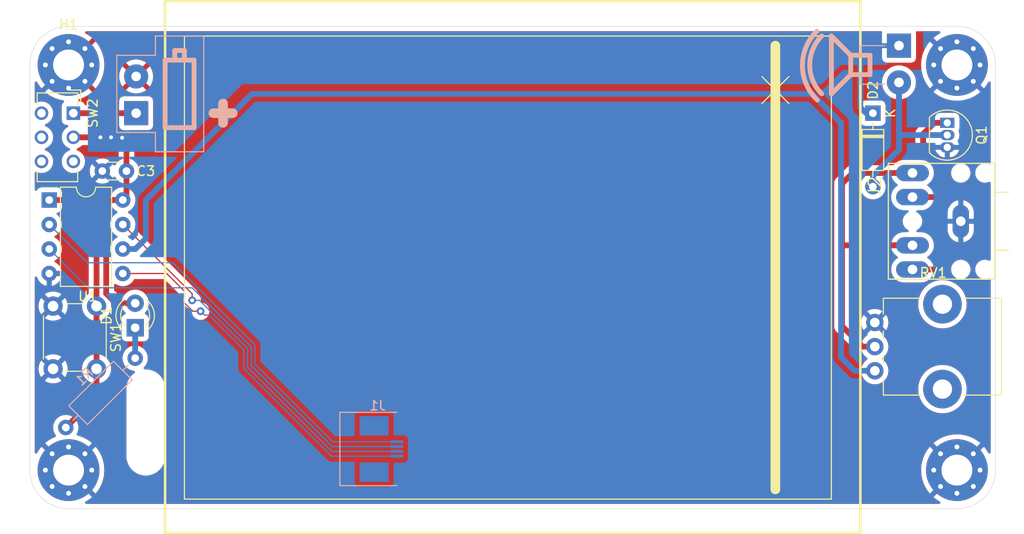
<source format=kicad_pcb>
(kicad_pcb (version 20190907) (host pcbnew "(5.99.0-371-g04edc6cef)")

  (general
    (thickness 1.6)
    (drawings 48)
    (tracks 101)
    (modules 17)
    (nets 15)
  )

  (page "A4")
  (layers
    (0 "F.Cu" signal)
    (31 "B.Cu" signal)
    (32 "B.Adhes" user)
    (33 "F.Adhes" user)
    (34 "B.Paste" user)
    (35 "F.Paste" user)
    (36 "B.SilkS" user)
    (37 "F.SilkS" user)
    (38 "B.Mask" user)
    (39 "F.Mask" user)
    (40 "Dwgs.User" user)
    (41 "Cmts.User" user)
    (42 "Eco1.User" user)
    (43 "Eco2.User" user)
    (44 "Edge.Cuts" user)
    (45 "Margin" user)
    (46 "B.CrtYd" user)
    (47 "F.CrtYd" user)
    (48 "B.Fab" user)
    (49 "F.Fab" user)
  )

  (setup
    (stackup
      (layer "F.SilkS" (type "Top Silk Screen"))
      (layer "F.Paste" (type "Top Solder Paste"))
      (layer "F.Mask" (type "Top Solder Mask") (color "Black") (thickness 0.01))
      (layer "F.Cu" (type "copper") (thickness 0.035))
      (layer "dielectric 1" (type "core") (thickness 1.51) (material "FR4") (epsilon_r 4.5) (loss_tangent 0.02))
      (layer "B.Cu" (type "copper") (thickness 0.035))
      (layer "B.Mask" (type "Bottom Solder Mask") (color "Black") (thickness 0.01))
      (layer "B.Paste" (type "Bottom Solder Paste"))
      (layer "B.SilkS" (type "Bottom Silk Screen"))
      (copper_finish "None")
      (dielectric_constraints no)
    )
    (last_trace_width 0.6)
    (user_trace_width 0.127)
    (user_trace_width 0.2)
    (user_trace_width 0.6)
    (trace_clearance 0.254)
    (zone_clearance 0.508)
    (zone_45_only no)
    (trace_min 0.127)
    (via_size 0.8)
    (via_drill 0.4)
    (via_min_size 0.6)
    (via_min_drill 0.3)
    (blind_buried_vias_allowed yes)
    (uvia_size 0.3)
    (uvia_drill 0.1)
    (uvias_allowed no)
    (uvia_min_size 0.2)
    (uvia_min_drill 0.1)
    (max_error 0.005)
    (defaults
      (edge_clearance 0.01)
      (edge_cuts_line_width 0.05)
      (courtyard_line_width 0.05)
      (copper_line_width 0.2)
      (copper_text_dims (size 1.5 1.5) (thickness 0.3))
      (silk_line_width 0.12)
      (silk_text_dims (size 1 1) (thickness 0.15))
      (other_layers_line_width 0.1)
      (other_layers_text_dims (size 1 1) (thickness 0.15))
    )
    (pad_size 1.524 1.524)
    (pad_drill 0.762)
    (pad_to_mask_clearance 0.051)
    (solder_mask_min_width 0.25)
    (aux_axis_origin 0 0)
    (grid_origin 100 50)
    (visible_elements 7FFFFFFF)
    (pcbplotparams
      (layerselection 0x010fc_ffffffff)
      (usegerberextensions false)
      (usegerberattributes false)
      (usegerberadvancedattributes false)
      (creategerberjobfile false)
      (excludeedgelayer true)
      (linewidth 0.100000)
      (plotframeref false)
      (viasonmask false)
      (mode 1)
      (useauxorigin false)
      (hpglpennumber 1)
      (hpglpenspeed 20)
      (hpglpendiameter 15.000000)
      (psnegative false)
      (psa4output false)
      (plotreference true)
      (plotvalue true)
      (plotinvisibletext false)
      (padsonsilk false)
      (subtractmaskfromsilk false)
      (outputformat 1)
      (mirror false)
      (drillshape 1)
      (scaleselection 1)
      (outputdirectory "")
    )
  )

  (net 0 "")
  (net 1 "GND")
  (net 2 "VDD")
  (net 3 "Net-(D1-Pad1)")
  (net 4 "AUDIO")
  (net 5 "CALIBRATE")
  (net 6 "Net-(BT1-Pad1)")
  (net 7 "Net-(J1-Pad4)")
  (net 8 "Net-(J1-Pad3)")
  (net 9 "Net-(J1-Pad2)")
  (net 10 "Net-(J1-Pad1)")
  (net 11 "Net-(SW2-Pad3)")
  (net 12 "Net-(D2-Pad2)")
  (net 13 "Net-(J2-PadS)")
  (net 14 "Net-(J2-PadSN)")

  (net_class "Default" "Dies ist die voreingestellte Netzklasse."
    (clearance 0.254)
    (trace_width 0.6)
    (via_dia 0.8)
    (via_drill 0.4)
    (uvia_dia 0.3)
    (uvia_drill 0.1)
    (add_net "Net-(BT1-Pad1)")
    (add_net "Net-(D2-Pad2)")
    (add_net "Net-(J1-Pad1)")
    (add_net "Net-(J1-Pad2)")
    (add_net "Net-(J1-Pad3)")
    (add_net "Net-(J1-Pad4)")
    (add_net "Net-(J2-PadS)")
    (add_net "Net-(J2-PadSN)")
    (add_net "Net-(SW2-Pad3)")
  )

  (net_class "touch" ""
    (clearance 0.254)
    (trace_width 0.127)
    (via_dia 0.6)
    (via_drill 0.3)
    (uvia_dia 0.3)
    (uvia_drill 0.1)
    (add_net "AUDIO")
    (add_net "CALIBRATE")
    (add_net "GND")
    (add_net "Net-(D1-Pad1)")
    (add_net "VDD")
  )

  (module "Potentiometer_THT:Potentiometer_Alps_RK09K_Single_Vertical" (layer "F.Cu") (tedit 5A3D4993) (tstamp 5DF86BD1)
    (at 187.5 85.7)
    (descr "Potentiometer, vertical, Alps RK09K Single, http://www.alps.com/prod/info/E/HTML/Potentiometer/RotaryPotentiometers/RK09K/RK09K_list.html")
    (tags "Potentiometer vertical Alps RK09K Single")
    (path "/5DF81D57")
    (fp_text reference "RV1" (at 6.05 -10.15) (layer "F.SilkS")
      (effects (font (size 1 1) (thickness 0.15)))
    )
    (fp_text value "R_POT" (at 6.05 5.15) (layer "F.Fab")
      (effects (font (size 1 1) (thickness 0.15)))
    )
    (fp_circle (center 7.5 -2.5) (end 10.5 -2.5) (layer "F.Fab") (width 0.1))
    (fp_line (start 1 -7.4) (end 1 2.4) (layer "F.Fab") (width 0.1))
    (fp_line (start 1 2.4) (end 13 2.4) (layer "F.Fab") (width 0.1))
    (fp_line (start 13 2.4) (end 13 -7.4) (layer "F.Fab") (width 0.1))
    (fp_line (start 13 -7.4) (end 1 -7.4) (layer "F.Fab") (width 0.1))
    (fp_line (start 0.88 -7.521) (end 4.817 -7.521) (layer "F.SilkS") (width 0.12))
    (fp_line (start 9.184 -7.521) (end 13.12 -7.521) (layer "F.SilkS") (width 0.12))
    (fp_line (start 0.88 2.52) (end 4.817 2.52) (layer "F.SilkS") (width 0.12))
    (fp_line (start 9.184 2.52) (end 13.12 2.52) (layer "F.SilkS") (width 0.12))
    (fp_line (start 0.88 -7.521) (end 0.88 -5.871) (layer "F.SilkS") (width 0.12))
    (fp_line (start 0.88 -4.129) (end 0.88 -3.37) (layer "F.SilkS") (width 0.12))
    (fp_line (start 0.88 -1.629) (end 0.88 -0.87) (layer "F.SilkS") (width 0.12))
    (fp_line (start 0.88 0.87) (end 0.88 2.52) (layer "F.SilkS") (width 0.12))
    (fp_line (start 13.12 -7.521) (end 13.12 2.52) (layer "F.SilkS") (width 0.12))
    (fp_line (start -1.15 -9.15) (end -1.15 4.15) (layer "F.CrtYd") (width 0.05))
    (fp_line (start -1.15 4.15) (end 13.25 4.15) (layer "F.CrtYd") (width 0.05))
    (fp_line (start 13.25 4.15) (end 13.25 -9.15) (layer "F.CrtYd") (width 0.05))
    (fp_line (start 13.25 -9.15) (end -1.15 -9.15) (layer "F.CrtYd") (width 0.05))
    (fp_text user "%R" (at 2 -2.5 90) (layer "F.Fab")
      (effects (font (size 1 1) (thickness 0.15)))
    )
    (pad "" np_thru_hole circle (at 7 1.9) (size 4 4) (drill 2) (layers *.Cu *.Mask))
    (pad "" np_thru_hole circle (at 7 -6.9) (size 4 4) (drill 2) (layers *.Cu *.Mask))
    (pad "1" thru_hole circle (at 0 0) (size 1.8 1.8) (drill 1) (layers *.Cu *.Mask)
      (net 4 "AUDIO"))
    (pad "2" thru_hole circle (at 0 -2.5) (size 1.8 1.8) (drill 1) (layers *.Cu *.Mask)
      (net 14 "Net-(J2-PadSN)"))
    (pad "3" thru_hole circle (at 0 -5) (size 1.8 1.8) (drill 1) (layers *.Cu *.Mask)
      (net 1 "GND"))
    (model "${KISYS3DMOD}/Potentiometer_THT.3dshapes/Potentiometer_Alps_RK09K_Single_Vertical.wrl"
      (at (xyz 0 0 0))
      (scale (xyz 1 1 1))
      (rotate (xyz 0 0 0))
    )
  )

  (module "Resistor_THT:R_Axial_DIN0207_L6.3mm_D2.5mm_P10.16mm_Horizontal" (layer "B.Cu") (tedit 5AE5139B) (tstamp 5DF81223)
    (at 110.9 84.4 -135)
    (descr "Resistor, Axial_DIN0207 series, Axial, Horizontal, pin pitch=10.16mm, 0.25W = 1/4W, length*diameter=6.3*2.5mm^2, http://cdn-reichelt.de/documents/datenblatt/B400/1_4W%23YAG.pdf")
    (tags "Resistor Axial_DIN0207 series Axial Horizontal pin pitch 10.16mm 0.25W = 1/4W length 6.3mm diameter 2.5mm")
    (path "/5DF6A5BB")
    (fp_text reference "R1" (at 5.08 2.370001 45) (layer "B.SilkS")
      (effects (font (size 1 1) (thickness 0.15)) (justify mirror))
    )
    (fp_text value "150" (at 5.08 -2.370001 45) (layer "B.Fab")
      (effects (font (size 1 1) (thickness 0.15)) (justify mirror))
    )
    (fp_text user "%R" (at 5.079999 0 45) (layer "B.Fab")
      (effects (font (size 1 1) (thickness 0.15)) (justify mirror))
    )
    (fp_line (start 11.21 1.5) (end -1.05 1.5) (layer "B.CrtYd") (width 0.05))
    (fp_line (start 11.21 -1.5) (end 11.21 1.5) (layer "B.CrtYd") (width 0.05))
    (fp_line (start -1.05 -1.5) (end 11.21 -1.5) (layer "B.CrtYd") (width 0.05))
    (fp_line (start -1.05 1.5) (end -1.05 -1.5) (layer "B.CrtYd") (width 0.05))
    (fp_line (start 9.12 0) (end 8.35 0) (layer "B.SilkS") (width 0.12))
    (fp_line (start 1.04 0) (end 1.81 0) (layer "B.SilkS") (width 0.12))
    (fp_line (start 8.35 1.37) (end 1.81 1.37) (layer "B.SilkS") (width 0.12))
    (fp_line (start 8.35 -1.37) (end 8.35 1.37) (layer "B.SilkS") (width 0.12))
    (fp_line (start 1.81 -1.37) (end 8.35 -1.37) (layer "B.SilkS") (width 0.12))
    (fp_line (start 1.81 1.37) (end 1.81 -1.37) (layer "B.SilkS") (width 0.12))
    (fp_line (start 10.16 0) (end 8.23 0) (layer "B.Fab") (width 0.1))
    (fp_line (start 0 0) (end 1.93 0) (layer "B.Fab") (width 0.1))
    (fp_line (start 8.23 1.25) (end 1.93 1.25) (layer "B.Fab") (width 0.1))
    (fp_line (start 8.23 -1.25) (end 8.23 1.25) (layer "B.Fab") (width 0.1))
    (fp_line (start 1.93 -1.25) (end 8.23 -1.25) (layer "B.Fab") (width 0.1))
    (fp_line (start 1.93 1.25) (end 1.93 -1.25) (layer "B.Fab") (width 0.1))
    (pad "2" thru_hole oval (at 10.16 0 225) (size 1.6 1.6) (drill 0.8) (layers *.Cu *.Mask)
      (net 5 "CALIBRATE"))
    (pad "1" thru_hole circle (at 0 0 225) (size 1.6 1.6) (drill 0.8) (layers *.Cu *.Mask)
      (net 3 "Net-(D1-Pad1)"))
    (model "${KISYS3DMOD}/Resistor_THT.3dshapes/R_Axial_DIN0207_L6.3mm_D2.5mm_P10.16mm_Horizontal.wrl"
      (at (xyz 0 0 0))
      (scale (xyz 1 1 1))
      (rotate (xyz 0 0 0))
    )
  )

  (module "Package_TO_SOT_THT:TO-92_Inline" (layer "F.Cu") (tedit 5A1DD157) (tstamp 5DF82C14)
    (at 195 60 -90)
    (descr "TO-92 leads in-line, narrow, oval pads, drill 0.75mm (see NXP sot054_po.pdf)")
    (tags "to-92 sc-43 sc-43a sot54 PA33 transistor")
    (path "/5DFC5F89")
    (fp_text reference "Q1" (at 1.27 -3.56 90) (layer "F.SilkS")
      (effects (font (size 1 1) (thickness 0.15)))
    )
    (fp_text value "Q_NMOS_GDS" (at 1.27 2.79 90) (layer "F.Fab")
      (effects (font (size 1 1) (thickness 0.15)))
    )
    (fp_arc (start 1.27 0) (end 1.27 -2.6) (angle 135) (layer "F.SilkS") (width 0.12))
    (fp_arc (start 1.27 0) (end 1.27 -2.48) (angle -135) (layer "F.Fab") (width 0.1))
    (fp_arc (start 1.27 0) (end 1.27 -2.6) (angle -135) (layer "F.SilkS") (width 0.12))
    (fp_arc (start 1.27 0) (end 1.27 -2.48) (angle 135) (layer "F.Fab") (width 0.1))
    (fp_line (start 4 2.01) (end -1.46 2.01) (layer "F.CrtYd") (width 0.05))
    (fp_line (start 4 2.01) (end 4 -2.73) (layer "F.CrtYd") (width 0.05))
    (fp_line (start -1.46 -2.73) (end -1.46 2.01) (layer "F.CrtYd") (width 0.05))
    (fp_line (start -1.46 -2.73) (end 4 -2.73) (layer "F.CrtYd") (width 0.05))
    (fp_line (start -0.5 1.75) (end 3 1.75) (layer "F.Fab") (width 0.1))
    (fp_line (start -0.53 1.85) (end 3.07 1.85) (layer "F.SilkS") (width 0.12))
    (fp_text user "%R" (at 1.27 -3.56 90) (layer "F.Fab")
      (effects (font (size 1 1) (thickness 0.15)))
    )
    (pad "1" thru_hole rect (at 0 0 270) (size 1.05 1.5) (drill 0.75) (layers *.Cu *.Mask)
      (net 13 "Net-(J2-PadS)"))
    (pad "3" thru_hole oval (at 2.54 0 270) (size 1.05 1.5) (drill 0.75) (layers *.Cu *.Mask)
      (net 1 "GND"))
    (pad "2" thru_hole oval (at 1.27 0 270) (size 1.05 1.5) (drill 0.75) (layers *.Cu *.Mask)
      (net 12 "Net-(D2-Pad2)"))
    (model "${KISYS3DMOD}/Package_TO_SOT_THT.3dshapes/TO-92_Inline.wrl"
      (at (xyz 0 0 0))
      (scale (xyz 1 1 1))
      (rotate (xyz 0 0 0))
    )
  )

  (module "synth_plate:TOUCHSCREEN" (layer "F.Cu") (tedit 5DF7E03F) (tstamp 5DF80C30)
    (at 150 75)
    (descr "nds touchscreen")
    (path "/5DF847F5")
    (fp_text reference "J1" (at -14 14.308163 unlocked) (layer "B.SilkS")
      (effects (font (size 1 1) (thickness 0.15)) (justify mirror))
    )
    (fp_text value "TOUCHSCREEN" (at -10.4 18.808163 90 unlocked) (layer "F.Fab")
      (effects (font (size 1 1) (thickness 0.15)))
    )
    (fp_line (start -12.061767 20.216663) (end -40 20.216663) (layer "Dwgs.User") (width 0.264583))
    (fp_line (start -36 20.216663) (end -36 20.216663) (layer "Dwgs.User") (width 0.264583))
    (fp_line (start -36 17.399997) (end -36 20.216663) (layer "Dwgs.User") (width 0.264583))
    (fp_line (start -36 17.399997) (end -36 17.399997) (layer "Dwgs.User") (width 0.264583))
    (fp_line (start -40 17.399997) (end -12.061767 17.399997) (layer "Dwgs.User") (width 0.264583))
    (fp_line (start -40 17.399997) (end -40 17.399997) (layer "Dwgs.User") (width 0.264583))
    (fp_line (start -40 20.216663) (end -40 17.399997) (layer "Dwgs.User") (width 0.264583))
    (fp_line (start -36 11.896465) (end -36 20.216663) (layer "Dwgs.User") (width 0.264583))
    (fp_line (start -36 11.896465) (end -36 11.896465) (layer "Dwgs.User") (width 0.264583))
    (fp_line (start -41.300003 11.896465) (end -36 11.896465) (layer "Dwgs.User") (width 0.264583))
    (fp_line (start -41.300003 11.896465) (end -41.300003 11.896465) (layer "Dwgs.User") (width 0.264583))
    (fp_line (start -41.300003 20.216663) (end -41.300003 11.896465) (layer "Dwgs.User") (width 0.264583))
    (fp_line (start -41.300003 20.216663) (end -41.300003 20.216663) (layer "Dwgs.User") (width 0.264583))
    (fp_line (start -36 20.216663) (end -41.300003 20.216663) (layer "Dwgs.User") (width 0.264583))
    (fp_line (start -36 27.499996) (end 36 27.5) (layer "F.SilkS") (width 0.264583))
    (fp_line (start -36 -27.600003) (end -36 27.499996) (layer "F.SilkS") (width 0.264583))
    (fp_line (start 36 -27.600003) (end -36 -27.600003) (layer "F.SilkS") (width 0.264583))
    (fp_line (start 36 27.5) (end 36 -27.600003) (layer "F.SilkS") (width 0.264583))
    (fp_line (start -17.9 22.608163) (end -17.9 15.008163) (layer "B.SilkS") (width 0.12))
    (fp_line (start -17.9 15.008163) (end -12 15.008163) (layer "B.SilkS") (width 0.12))
    (fp_line (start -12 22.608163) (end -17.9 22.608163) (layer "B.SilkS") (width 0.12))
    (fp_text user "TOUCHSCREEN" (at 0 25.75 unlocked) (layer "Dwgs.User")
      (effects (font (size 1 1) (thickness 0.15)))
    )
    (fp_line (start -33.899994 24.299999) (end -33.899994 -24.700005) (layer "Dwgs.User") (width 0.264999))
    (fp_line (start -33.899994 -24.700005) (end -33.899994 -24.700005) (layer "Dwgs.User") (width 0.264999))
    (fp_line (start -33.899994 -24.700005) (end 32.5 -24.700005) (layer "Dwgs.User") (width 0.264999))
    (fp_line (start 32.5 -24.700005) (end 32.5 -24.700005) (layer "Dwgs.User") (width 0.264999))
    (fp_line (start 32.5 -24.700005) (end 32.5 24.299999) (layer "Dwgs.User") (width 0.264999))
    (fp_line (start 32.5 24.299999) (end 32.5 24.299999) (layer "Dwgs.User") (width 0.264999))
    (fp_line (start 32.5 24.299999) (end -33.899994 24.299999) (layer "Dwgs.User") (width 0.264999))
    (pad "MNT" smd rect (at -14.35 21.208163 90) (size 2 3) (layers "B.Cu" "B.Paste" "B.Mask"))
    (pad "MNT" smd rect (at -14.35 16.408163 90) (size 2 3) (layers "B.Cu" "B.Paste" "B.Mask"))
    (pad "1" smd rect (at -12 19.558163 90) (size 0.3 1.3) (layers "B.Cu" "B.Paste" "B.Mask")
      (net 10 "Net-(J1-Pad1)"))
    (pad "2" smd rect (at -12 19.058163 90) (size 0.3 1.3) (layers "B.Cu" "B.Paste" "B.Mask")
      (net 9 "Net-(J1-Pad2)"))
    (pad "3" smd rect (at -12 18.558163 90) (size 0.3 1.3) (layers "B.Cu" "B.Paste" "B.Mask")
      (net 8 "Net-(J1-Pad3)"))
    (pad "4" smd rect (at -12 18.058163 90) (size 0.3 1.3) (layers "B.Cu" "B.Paste" "B.Mask")
      (net 7 "Net-(J1-Pad4)"))
    (pad "" np_thru_hole oval (at -38 16.056663 270) (size 10 3) (drill oval 10 3) (layers *.Cu *.Mask))
    (model "${KIPRJMOD}/TOUCHSCREEN.step"
      (offset (xyz -64.3 -27.7 1.7))
      (scale (xyz 1 1 1))
      (rotate (xyz 0 180 90))
    )
  )

  (module "Button_Switch_THT:SW_CuK_JS202011AQN_DPDT_Angled" (layer "F.Cu") (tedit 5A02FE31) (tstamp 5DF6616E)
    (at 104.5 59 -90)
    (descr "CuK sub miniature slide switch, JS series, DPDT, right angle, http://www.ckswitches.com/media/1422/js.pdf")
    (tags "switch DPDT")
    (path "/5DF65D1E")
    (fp_text reference "SW2" (at 0 -2 90) (layer "F.SilkS")
      (effects (font (size 1 1) (thickness 0.15)))
    )
    (fp_text value "SW_DPDT_x2" (at 2.25 6.75 90) (layer "F.Fab")
      (effects (font (size 1 1) (thickness 0.15)))
    )
    (fp_line (start 0.5 4.25) (end 0.5 6) (layer "F.CrtYd") (width 0.05))
    (fp_line (start -1 -0.35) (end 7 -0.35) (layer "F.Fab") (width 0.1))
    (fp_line (start 7 -0.35) (end 7 3.65) (layer "F.Fab") (width 0.1))
    (fp_line (start 7 3.65) (end -2 3.65) (layer "F.Fab") (width 0.1))
    (fp_line (start -2 3.65) (end -2 0.65) (layer "F.Fab") (width 0.1))
    (fp_text user "%R" (at 2.5 1.75 90) (layer "F.Fab")
      (effects (font (size 1 1) (thickness 0.15)))
    )
    (fp_line (start -0.9 -0.45) (end -2.1 -0.45) (layer "F.SilkS") (width 0.12))
    (fp_line (start -2.1 -0.45) (end -2.1 3.75) (layer "F.SilkS") (width 0.12))
    (fp_line (start -2.1 3.75) (end -0.9 3.75) (layer "F.SilkS") (width 0.12))
    (fp_line (start 5.9 -0.45) (end 7.1 -0.45) (layer "F.SilkS") (width 0.12))
    (fp_line (start 7.1 -0.45) (end 7.1 3.75) (layer "F.SilkS") (width 0.12))
    (fp_line (start 7.1 3.75) (end 5.9 3.75) (layer "F.SilkS") (width 0.12))
    (fp_line (start -1.2 -0.75) (end -2.4 -0.75) (layer "F.SilkS") (width 0.12))
    (fp_line (start -2.4 -0.75) (end -2.4 0.45) (layer "F.SilkS") (width 0.12))
    (fp_line (start 0.75 3.65) (end 0.75 5.65) (layer "F.Fab") (width 0.1))
    (fp_line (start 0.75 5.65) (end 2.25 5.65) (layer "F.Fab") (width 0.1))
    (fp_line (start 2.25 5.65) (end 2.25 3.65) (layer "F.Fab") (width 0.1))
    (fp_line (start 4.5 6) (end 4.5 4.25) (layer "F.CrtYd") (width 0.05))
    (fp_line (start 4.5 6) (end 0.5 6) (layer "F.CrtYd") (width 0.05))
    (fp_line (start 0.5 4.25) (end -2.25 4.25) (layer "F.CrtYd") (width 0.05))
    (fp_line (start -2.25 4.25) (end -2.25 -0.95) (layer "F.CrtYd") (width 0.05))
    (fp_line (start -2.25 -0.95) (end 7.25 -0.95) (layer "F.CrtYd") (width 0.05))
    (fp_line (start 7.25 -0.95) (end 7.25 4.25) (layer "F.CrtYd") (width 0.05))
    (fp_line (start 7.25 4.25) (end 4.5 4.25) (layer "F.CrtYd") (width 0.05))
    (fp_line (start -1 -0.35) (end -2 0.65) (layer "F.Fab") (width 0.1))
    (pad "6" thru_hole circle (at 5 3.3 270) (size 1.4 1.4) (drill 0.9) (layers *.Cu *.Mask))
    (pad "5" thru_hole circle (at 2.5 3.3 270) (size 1.4 1.4) (drill 0.9) (layers *.Cu *.Mask))
    (pad "4" thru_hole circle (at 0 3.3 270) (size 1.4 1.4) (drill 0.9) (layers *.Cu *.Mask))
    (pad "3" thru_hole circle (at 5 0 270) (size 1.4 1.4) (drill 0.9) (layers *.Cu *.Mask)
      (net 11 "Net-(SW2-Pad3)"))
    (pad "2" thru_hole circle (at 2.5 0 270) (size 1.4 1.4) (drill 0.9) (layers *.Cu *.Mask)
      (net 2 "VDD"))
    (pad "1" thru_hole rect (at 0 0 270) (size 1.4 1.4) (drill 0.9) (layers *.Cu *.Mask)
      (net 6 "Net-(BT1-Pad1)"))
    (model "${KISYS3DMOD}/Button_Switch_THT.3dshapes/SW_CuK_JS202011AQN_DPDT_Angled.wrl"
      (at (xyz 0 0 0))
      (scale (xyz 1 1 1))
      (rotate (xyz 0 0 0))
    )
  )

  (module "synth_plate:Klinke-JC128" (layer "F.Cu") (tedit 5DF587AC) (tstamp 5DF60D3D)
    (at 199.89758 70.2 180)
    (path "/5DFB6219")
    (attr virtual)
    (fp_text reference "J2" (at 12.4 3.6 90) (layer "F.SilkS")
      (effects (font (size 1.27 1.27) (thickness 0.15)))
    )
    (fp_text value "AudioJack2_Ground_Switch" (at 2 7.2) (layer "F.SilkS") hide
      (effects (font (size 1.27 1.27) (thickness 0.15)))
    )
    (fp_line (start 0 5.99948) (end 0 -5.99948) (layer "Dwgs.User") (width 0.127))
    (fp_line (start 0 -5.99948) (end 10.9982 -5.99948) (layer "Dwgs.User") (width 0.127))
    (fp_line (start 10.9982 -5.99948) (end 10.9982 5.99948) (layer "Dwgs.User") (width 0.127))
    (fp_line (start 10.9982 5.99948) (end 0 5.99948) (layer "Dwgs.User") (width 0.127))
    (fp_line (start 0 2.99974) (end -2.99974 2.99974) (layer "Dwgs.User") (width 0.127))
    (fp_line (start -2.99974 2.99974) (end -2.99974 -2.99974) (layer "Dwgs.User") (width 0.127))
    (fp_line (start -2.99974 -2.99974) (end 0 -2.99974) (layer "Dwgs.User") (width 0.127))
    (fp_line (start -2.99974 1.79832) (end -1.79832 1.79832) (layer "Dwgs.User") (width 0.127))
    (fp_line (start -1.79832 1.79832) (end -1.79832 -1.79832) (layer "Dwgs.User") (width 0.127))
    (fp_line (start -1.79832 -1.79832) (end -2.99974 -1.79832) (layer "Dwgs.User") (width 0.127))
    (fp_circle (center 3.49758 -4.99872) (end 3.49758 -5.49656) (layer "Dwgs.User") (width 0.127))
    (fp_circle (center 3.49758 4.99872) (end 3.49758 4.50088) (layer "Dwgs.User") (width 0.127))
    (fp_circle (center 0.99822 4.99872) (end 0.99822 4.50088) (layer "Dwgs.User") (width 0.127))
    (fp_circle (center 0.99822 -4.99872) (end 0.99822 -5.49656) (layer "Dwgs.User") (width 0.127))
    (fp_circle (center 8.49884 0) (end 8.49884 -0.49784) (layer "Dwgs.User") (width 0.127))
    (fp_line (start 10.9982 5.99948) (end 0 5.99948) (layer "F.SilkS") (width 0.127))
    (fp_line (start 10.9982 -5.99948) (end 10.9982 5.99948) (layer "F.SilkS") (width 0.127))
    (fp_line (start 0 5.99948) (end 0 -5.99948) (layer "F.SilkS") (width 0.127))
    (fp_line (start -1.5 -3) (end 0 -2.99974) (layer "F.SilkS") (width 0.127))
    (fp_line (start 0 -5.99948) (end 10.9982 -5.99948) (layer "F.SilkS") (width 0.127))
    (fp_line (start 0 2.99974) (end -1.5 2.99974) (layer "F.SilkS") (width 0.127))
    (pad "" np_thru_hole circle (at 8.49884 0 180) (size 1 1) (drill 1) (layers *.Cu *.Mask))
    (pad "" np_thru_hole circle (at 0.99822 4.99872 180) (size 1 1) (drill 1) (layers *.Cu *.Mask))
    (pad "" np_thru_hole circle (at 3.49758 4.99872 180) (size 1 1) (drill 1) (layers *.Cu *.Mask))
    (pad "" np_thru_hole circle (at 3.49758 -4.99872 180) (size 1 1) (drill 1) (layers *.Cu *.Mask))
    (pad "" np_thru_hole circle (at 0.99822 -4.99872 180) (size 1 1) (drill 1) (layers *.Cu *.Mask))
    (pad "S" thru_hole oval (at 8.49884 -4.99872 270) (size 1.69926 3.39852) (drill 0.99822) (layers *.Cu *.Paste *.Mask)
      (net 13 "Net-(J2-PadS)"))
    (pad "SN" thru_hole oval (at 8.49884 -2.49936 270) (size 1.69926 3.39852) (drill 0.99822) (layers *.Cu *.Paste *.Mask)
      (net 14 "Net-(J2-PadSN)"))
    (pad "TN" thru_hole oval (at 8.49884 2.49936 270) (size 1.69926 3.39852) (drill 0.99822) (layers *.Cu *.Paste *.Mask)
      (net 13 "Net-(J2-PadS)"))
    (pad "T" thru_hole oval (at 8.49884 4.99872 270) (size 1.69926 3.39852) (drill 0.99822) (layers *.Cu *.Paste *.Mask)
      (net 14 "Net-(J2-PadSN)"))
    (pad "G" thru_hole oval (at 3.49758 0) (size 1.69926 3.39852) (drill 0.99822) (layers *.Cu *.Paste *.Mask)
      (net 1 "GND"))
    (model "${KIPRJMOD}/synth_plate.pretty/JC-128.step"
      (offset (xyz 11 0 0))
      (scale (xyz 1 1 1))
      (rotate (xyz -90 0 180))
    )
  )

  (module "Diode_THT:D_DO-35_SOD27_P7.62mm_Horizontal" (layer "F.Cu") (tedit 5AE50CD5) (tstamp 5DF633EE)
    (at 187.3 59 -90)
    (descr "Diode, DO-35_SOD27 series, Axial, Horizontal, pin pitch=7.62mm, , length*diameter=4*2mm^2, , http://www.diodes.com/_files/packages/DO-35.pdf")
    (tags "Diode DO-35_SOD27 series Axial Horizontal pin pitch 7.62mm  length 4mm diameter 2mm")
    (path "/5DF7A920")
    (fp_text reference "D2" (at -2.38 0 90) (layer "F.SilkS")
      (effects (font (size 1 1) (thickness 0.15)))
    )
    (fp_text value "D" (at 3.81 2.12 90) (layer "F.Fab")
      (effects (font (size 1 1) (thickness 0.15)))
    )
    (fp_text user "K" (at 0 -1.8 90) (layer "F.SilkS")
      (effects (font (size 1 1) (thickness 0.15)))
    )
    (fp_text user "K" (at 0 -1.8 90) (layer "F.Fab")
      (effects (font (size 1 1) (thickness 0.15)))
    )
    (fp_text user "%R" (at 4.11 0 90) (layer "F.Fab")
      (effects (font (size 0.8 0.8) (thickness 0.12)))
    )
    (fp_line (start 8.67 -1.25) (end -1.05 -1.25) (layer "F.CrtYd") (width 0.05))
    (fp_line (start 8.67 1.25) (end 8.67 -1.25) (layer "F.CrtYd") (width 0.05))
    (fp_line (start -1.05 1.25) (end 8.67 1.25) (layer "F.CrtYd") (width 0.05))
    (fp_line (start -1.05 -1.25) (end -1.05 1.25) (layer "F.CrtYd") (width 0.05))
    (fp_line (start 2.29 -1.12) (end 2.29 1.12) (layer "F.SilkS") (width 0.12))
    (fp_line (start 2.53 -1.12) (end 2.53 1.12) (layer "F.SilkS") (width 0.12))
    (fp_line (start 2.41 -1.12) (end 2.41 1.12) (layer "F.SilkS") (width 0.12))
    (fp_line (start 6.58 0) (end 5.93 0) (layer "F.SilkS") (width 0.12))
    (fp_line (start 1.04 0) (end 1.69 0) (layer "F.SilkS") (width 0.12))
    (fp_line (start 5.93 -1.12) (end 1.69 -1.12) (layer "F.SilkS") (width 0.12))
    (fp_line (start 5.93 1.12) (end 5.93 -1.12) (layer "F.SilkS") (width 0.12))
    (fp_line (start 1.69 1.12) (end 5.93 1.12) (layer "F.SilkS") (width 0.12))
    (fp_line (start 1.69 -1.12) (end 1.69 1.12) (layer "F.SilkS") (width 0.12))
    (fp_line (start 2.31 -1) (end 2.31 1) (layer "F.Fab") (width 0.1))
    (fp_line (start 2.51 -1) (end 2.51 1) (layer "F.Fab") (width 0.1))
    (fp_line (start 2.41 -1) (end 2.41 1) (layer "F.Fab") (width 0.1))
    (fp_line (start 7.62 0) (end 5.81 0) (layer "F.Fab") (width 0.1))
    (fp_line (start 0 0) (end 1.81 0) (layer "F.Fab") (width 0.1))
    (fp_line (start 5.81 -1) (end 1.81 -1) (layer "F.Fab") (width 0.1))
    (fp_line (start 5.81 1) (end 5.81 -1) (layer "F.Fab") (width 0.1))
    (fp_line (start 1.81 1) (end 5.81 1) (layer "F.Fab") (width 0.1))
    (fp_line (start 1.81 -1) (end 1.81 1) (layer "F.Fab") (width 0.1))
    (pad "2" thru_hole oval (at 7.62 0 270) (size 1.6 1.6) (drill 0.8) (layers *.Cu *.Mask)
      (net 12 "Net-(D2-Pad2)"))
    (pad "1" thru_hole rect (at 0 0 270) (size 1.6 1.6) (drill 0.8) (layers *.Cu *.Mask)
      (net 2 "VDD"))
    (model "${KISYS3DMOD}/Diode_THT.3dshapes/D_DO-35_SOD27_P7.62mm_Horizontal.wrl"
      (at (xyz 0 0 0))
      (scale (xyz 1 1 1))
      (rotate (xyz 0 0 0))
    )
  )

  (module "Capacitor_THT:C_Disc_D3.0mm_W1.6mm_P2.50mm" (layer "F.Cu") (tedit 5AE50EF0) (tstamp 5DF5F0B3)
    (at 110 65 180)
    (descr "C, Disc series, Radial, pin pitch=2.50mm, , diameter*width=3.0*1.6mm^2, Capacitor, http://www.vishay.com/docs/45233/krseries.pdf")
    (tags "C Disc series Radial pin pitch 2.50mm  diameter 3.0mm width 1.6mm Capacitor")
    (path "/5DFB1F1D")
    (fp_text reference "C3" (at -2 0) (layer "F.SilkS")
      (effects (font (size 1 1) (thickness 0.15)))
    )
    (fp_text value "100n" (at 1.25 2.05) (layer "F.Fab")
      (effects (font (size 1 1) (thickness 0.15)))
    )
    (fp_text user "%R" (at 1.25 0) (layer "F.Fab")
      (effects (font (size 0.6 0.6) (thickness 0.09)))
    )
    (fp_line (start 3.55 -1.05) (end -1.05 -1.05) (layer "F.CrtYd") (width 0.05))
    (fp_line (start 3.55 1.05) (end 3.55 -1.05) (layer "F.CrtYd") (width 0.05))
    (fp_line (start -1.05 1.05) (end 3.55 1.05) (layer "F.CrtYd") (width 0.05))
    (fp_line (start -1.05 -1.05) (end -1.05 1.05) (layer "F.CrtYd") (width 0.05))
    (fp_line (start 0.621 0.92) (end 1.879 0.92) (layer "F.SilkS") (width 0.12))
    (fp_line (start 0.621 -0.92) (end 1.879 -0.92) (layer "F.SilkS") (width 0.12))
    (fp_line (start 2.75 -0.8) (end -0.25 -0.8) (layer "F.Fab") (width 0.1))
    (fp_line (start 2.75 0.8) (end 2.75 -0.8) (layer "F.Fab") (width 0.1))
    (fp_line (start -0.25 0.8) (end 2.75 0.8) (layer "F.Fab") (width 0.1))
    (fp_line (start -0.25 -0.8) (end -0.25 0.8) (layer "F.Fab") (width 0.1))
    (pad "2" thru_hole circle (at 2.5 0 180) (size 1.6 1.6) (drill 0.8) (layers *.Cu *.Mask)
      (net 1 "GND"))
    (pad "1" thru_hole circle (at 0 0 180) (size 1.6 1.6) (drill 0.8) (layers *.Cu *.Mask)
      (net 2 "VDD"))
    (model "${KISYS3DMOD}/Capacitor_THT.3dshapes/C_Disc_D3.0mm_W1.6mm_P2.50mm.wrl"
      (at (xyz 0 0 0))
      (scale (xyz 1 1 1))
      (rotate (xyz 0 0 0))
    )
  )

  (module "Package_DIP:DIP-8_W7.62mm" (layer "F.Cu") (tedit 5A02E8C5) (tstamp 5DF5C71D)
    (at 102 68)
    (descr "8-lead though-hole mounted DIP package, row spacing 7.62 mm (300 mils)")
    (tags "THT DIP DIL PDIP 2.54mm 7.62mm 300mil")
    (path "/5DF5743E")
    (fp_text reference "U1" (at 4 10) (layer "F.SilkS")
      (effects (font (size 1 1) (thickness 0.15)))
    )
    (fp_text value "ATtiny13A-PU" (at 3.81 9.95) (layer "F.Fab")
      (effects (font (size 1 1) (thickness 0.15)))
    )
    (fp_text user "%R" (at 3.81 3.81) (layer "F.Fab")
      (effects (font (size 1 1) (thickness 0.15)))
    )
    (fp_line (start 8.7 -1.55) (end -1.1 -1.55) (layer "F.CrtYd") (width 0.05))
    (fp_line (start 8.7 9.15) (end 8.7 -1.55) (layer "F.CrtYd") (width 0.05))
    (fp_line (start -1.1 9.15) (end 8.7 9.15) (layer "F.CrtYd") (width 0.05))
    (fp_line (start -1.1 -1.55) (end -1.1 9.15) (layer "F.CrtYd") (width 0.05))
    (fp_line (start 6.46 -1.33) (end 4.81 -1.33) (layer "F.SilkS") (width 0.12))
    (fp_line (start 6.46 8.95) (end 6.46 -1.33) (layer "F.SilkS") (width 0.12))
    (fp_line (start 1.16 8.95) (end 6.46 8.95) (layer "F.SilkS") (width 0.12))
    (fp_line (start 1.16 -1.33) (end 1.16 8.95) (layer "F.SilkS") (width 0.12))
    (fp_line (start 2.81 -1.33) (end 1.16 -1.33) (layer "F.SilkS") (width 0.12))
    (fp_line (start 0.635 -0.27) (end 1.635 -1.27) (layer "F.Fab") (width 0.1))
    (fp_line (start 0.635 8.89) (end 0.635 -0.27) (layer "F.Fab") (width 0.1))
    (fp_line (start 6.985 8.89) (end 0.635 8.89) (layer "F.Fab") (width 0.1))
    (fp_line (start 6.985 -1.27) (end 6.985 8.89) (layer "F.Fab") (width 0.1))
    (fp_line (start 1.635 -1.27) (end 6.985 -1.27) (layer "F.Fab") (width 0.1))
    (fp_arc (start 3.81 -1.33) (end 2.81 -1.33) (angle -180) (layer "F.SilkS") (width 0.12))
    (pad "8" thru_hole oval (at 7.62 0) (size 1.6 1.6) (drill 0.8) (layers *.Cu *.Mask)
      (net 2 "VDD"))
    (pad "4" thru_hole oval (at 0 7.62) (size 1.6 1.6) (drill 0.8) (layers *.Cu *.Mask)
      (net 1 "GND"))
    (pad "7" thru_hole oval (at 7.62 2.54) (size 1.6 1.6) (drill 0.8) (layers *.Cu *.Mask)
      (net 9 "Net-(J1-Pad2)"))
    (pad "3" thru_hole oval (at 0 5.08) (size 1.6 1.6) (drill 0.8) (layers *.Cu *.Mask)
      (net 8 "Net-(J1-Pad3)"))
    (pad "6" thru_hole oval (at 7.62 5.08) (size 1.6 1.6) (drill 0.8) (layers *.Cu *.Mask)
      (net 4 "AUDIO"))
    (pad "2" thru_hole oval (at 0 2.54) (size 1.6 1.6) (drill 0.8) (layers *.Cu *.Mask)
      (net 7 "Net-(J1-Pad4)"))
    (pad "5" thru_hole oval (at 7.62 7.62) (size 1.6 1.6) (drill 0.8) (layers *.Cu *.Mask)
      (net 10 "Net-(J1-Pad1)"))
    (pad "1" thru_hole rect (at 0 0) (size 1.6 1.6) (drill 0.8) (layers *.Cu *.Mask)
      (net 5 "CALIBRATE"))
    (model "${KISYS3DMOD}/Package_DIP.3dshapes/DIP-8_W7.62mm.wrl"
      (at (xyz 0 0 0))
      (scale (xyz 1 1 1))
      (rotate (xyz 0 0 0))
    )
  )

  (module "Button_Switch_THT:SW_PUSH_6mm" (layer "F.Cu") (tedit 5A02FE31) (tstamp 5DF63B95)
    (at 106.9 79 -90)
    (descr "https://www.omron.com/ecb/products/pdf/en-b3f.pdf")
    (tags "tact sw push 6mm")
    (path "/5DF649D3")
    (fp_text reference "SW1" (at 3.25 -2 -270) (layer "F.SilkS")
      (effects (font (size 1 1) (thickness 0.15)))
    )
    (fp_text value "SW_Push" (at 3.75 6.7 -270) (layer "F.Fab")
      (effects (font (size 1 1) (thickness 0.15)))
    )
    (fp_circle (center 3.25 2.25) (end 1.25 2.5) (layer "F.Fab") (width 0.1))
    (fp_line (start 6.75 3) (end 6.75 1.5) (layer "F.SilkS") (width 0.12))
    (fp_line (start 5.5 -1) (end 1 -1) (layer "F.SilkS") (width 0.12))
    (fp_line (start -0.25 1.5) (end -0.25 3) (layer "F.SilkS") (width 0.12))
    (fp_line (start 1 5.5) (end 5.5 5.5) (layer "F.SilkS") (width 0.12))
    (fp_line (start 8 -1.25) (end 8 5.75) (layer "F.CrtYd") (width 0.05))
    (fp_line (start 7.75 6) (end -1.25 6) (layer "F.CrtYd") (width 0.05))
    (fp_line (start -1.5 5.75) (end -1.5 -1.25) (layer "F.CrtYd") (width 0.05))
    (fp_line (start -1.25 -1.5) (end 7.75 -1.5) (layer "F.CrtYd") (width 0.05))
    (fp_line (start -1.5 6) (end -1.25 6) (layer "F.CrtYd") (width 0.05))
    (fp_line (start -1.5 5.75) (end -1.5 6) (layer "F.CrtYd") (width 0.05))
    (fp_line (start -1.5 -1.5) (end -1.25 -1.5) (layer "F.CrtYd") (width 0.05))
    (fp_line (start -1.5 -1.25) (end -1.5 -1.5) (layer "F.CrtYd") (width 0.05))
    (fp_line (start 8 -1.5) (end 8 -1.25) (layer "F.CrtYd") (width 0.05))
    (fp_line (start 7.75 -1.5) (end 8 -1.5) (layer "F.CrtYd") (width 0.05))
    (fp_line (start 8 6) (end 8 5.75) (layer "F.CrtYd") (width 0.05))
    (fp_line (start 7.75 6) (end 8 6) (layer "F.CrtYd") (width 0.05))
    (fp_line (start 0.25 -0.75) (end 3.25 -0.75) (layer "F.Fab") (width 0.1))
    (fp_line (start 0.25 5.25) (end 0.25 -0.75) (layer "F.Fab") (width 0.1))
    (fp_line (start 6.25 5.25) (end 0.25 5.25) (layer "F.Fab") (width 0.1))
    (fp_line (start 6.25 -0.75) (end 6.25 5.25) (layer "F.Fab") (width 0.1))
    (fp_line (start 3.25 -0.75) (end 6.25 -0.75) (layer "F.Fab") (width 0.1))
    (fp_text user "%R" (at 3.25 2.25 -270) (layer "F.Fab")
      (effects (font (size 1 1) (thickness 0.15)))
    )
    (pad "1" thru_hole circle (at 6.5 0) (size 2 2) (drill 1.1) (layers *.Cu *.Mask)
      (net 5 "CALIBRATE"))
    (pad "2" thru_hole circle (at 6.5 4.5) (size 2 2) (drill 1.1) (layers *.Cu *.Mask)
      (net 1 "GND"))
    (pad "1" thru_hole circle (at 0 0) (size 2 2) (drill 1.1) (layers *.Cu *.Mask)
      (net 5 "CALIBRATE"))
    (pad "2" thru_hole circle (at 0 4.5) (size 2 2) (drill 1.1) (layers *.Cu *.Mask)
      (net 1 "GND"))
    (model "${KISYS3DMOD}/Button_Switch_THT.3dshapes/SW_PUSH_6mm.wrl"
      (at (xyz 0 0 0))
      (scale (xyz 1 1 1))
      (rotate (xyz 0 0 0))
    )
  )

  (module "Connector_Wire:SolderWirePad_1x02_P3.81mm_Drill1mm" (layer "F.Cu") (tedit 5AEE5F04) (tstamp 5DF5C680)
    (at 190 52 -90)
    (descr "Wire solder connection")
    (tags "connector")
    (path "/5DF7D3C5")
    (attr virtual)
    (fp_text reference "LS1" (at 1.905 -3.81 90) (layer "F.SilkS") hide
      (effects (font (size 1 1) (thickness 0.15)))
    )
    (fp_text value "Speaker" (at 1.905 3.81 90) (layer "F.Fab")
      (effects (font (size 1 1) (thickness 0.15)))
    )
    (fp_line (start 5.56 1.75) (end -1.74 1.75) (layer "F.CrtYd") (width 0.05))
    (fp_line (start 5.56 1.75) (end 5.56 -1.75) (layer "F.CrtYd") (width 0.05))
    (fp_line (start -1.74 -1.75) (end -1.74 1.75) (layer "F.CrtYd") (width 0.05))
    (fp_line (start -1.74 -1.75) (end 5.56 -1.75) (layer "F.CrtYd") (width 0.05))
    (fp_text user "%R" (at 1.905 0 90) (layer "F.Fab")
      (effects (font (size 1 1) (thickness 0.15)))
    )
    (pad "2" thru_hole circle (at 3.81 0 270) (size 2.49936 2.49936) (drill 1.00076) (layers *.Cu *.Mask)
      (net 12 "Net-(D2-Pad2)"))
    (pad "1" thru_hole rect (at 0 0 270) (size 2.49936 2.49936) (drill 1.00076) (layers *.Cu *.Mask)
      (net 2 "VDD"))
  )

  (module "MountingHole:MountingHole_3.2mm_M3_Pad_Via" (layer "F.Cu") (tedit 56DDBCCA) (tstamp 5DF5C675)
    (at 196 96)
    (descr "Mounting Hole 3.2mm, M3")
    (tags "mounting hole 3.2mm m3")
    (path "/5DF9BE04")
    (attr virtual)
    (fp_text reference "H4" (at 0 -4.2) (layer "F.SilkS") hide
      (effects (font (size 1 1) (thickness 0.15)))
    )
    (fp_text value "M3" (at 0 4.2) (layer "F.Fab")
      (effects (font (size 1 1) (thickness 0.15)))
    )
    (fp_circle (center 0 0) (end 3.45 0) (layer "F.CrtYd") (width 0.05))
    (fp_circle (center 0 0) (end 3.2 0) (layer "Cmts.User") (width 0.15))
    (fp_text user "%R" (at 0.3 0) (layer "F.Fab")
      (effects (font (size 1 1) (thickness 0.15)))
    )
    (pad "1" thru_hole circle (at 1.697056 -1.697056) (size 0.8 0.8) (drill 0.5) (layers *.Cu *.Mask)
      (net 1 "GND"))
    (pad "1" thru_hole circle (at 0 -2.4) (size 0.8 0.8) (drill 0.5) (layers *.Cu *.Mask)
      (net 1 "GND"))
    (pad "1" thru_hole circle (at -1.697056 -1.697056) (size 0.8 0.8) (drill 0.5) (layers *.Cu *.Mask)
      (net 1 "GND"))
    (pad "1" thru_hole circle (at -2.4 0) (size 0.8 0.8) (drill 0.5) (layers *.Cu *.Mask)
      (net 1 "GND"))
    (pad "1" thru_hole circle (at -1.697056 1.697056) (size 0.8 0.8) (drill 0.5) (layers *.Cu *.Mask)
      (net 1 "GND"))
    (pad "1" thru_hole circle (at 0 2.4) (size 0.8 0.8) (drill 0.5) (layers *.Cu *.Mask)
      (net 1 "GND"))
    (pad "1" thru_hole circle (at 1.697056 1.697056) (size 0.8 0.8) (drill 0.5) (layers *.Cu *.Mask)
      (net 1 "GND"))
    (pad "1" thru_hole circle (at 2.4 0) (size 0.8 0.8) (drill 0.5) (layers *.Cu *.Mask)
      (net 1 "GND"))
    (pad "1" thru_hole circle (at 0 0) (size 6.4 6.4) (drill 3.2) (layers *.Cu *.Mask)
      (net 1 "GND"))
  )

  (module "MountingHole:MountingHole_3.2mm_M3_Pad_Via" (layer "F.Cu") (tedit 56DDBCCA) (tstamp 5DF5C665)
    (at 104 96)
    (descr "Mounting Hole 3.2mm, M3")
    (tags "mounting hole 3.2mm m3")
    (path "/5DF9BB6B")
    (attr virtual)
    (fp_text reference "H3" (at 0 -4.2) (layer "F.SilkS") hide
      (effects (font (size 1 1) (thickness 0.15)))
    )
    (fp_text value "M3" (at 0 4.2) (layer "F.Fab")
      (effects (font (size 1 1) (thickness 0.15)))
    )
    (fp_circle (center 0 0) (end 3.45 0) (layer "F.CrtYd") (width 0.05))
    (fp_circle (center 0 0) (end 3.2 0) (layer "Cmts.User") (width 0.15))
    (fp_text user "%R" (at 0.3 0) (layer "F.Fab")
      (effects (font (size 1 1) (thickness 0.15)))
    )
    (pad "1" thru_hole circle (at 1.697056 -1.697056) (size 0.8 0.8) (drill 0.5) (layers *.Cu *.Mask)
      (net 1 "GND"))
    (pad "1" thru_hole circle (at 0 -2.4) (size 0.8 0.8) (drill 0.5) (layers *.Cu *.Mask)
      (net 1 "GND"))
    (pad "1" thru_hole circle (at -1.697056 -1.697056) (size 0.8 0.8) (drill 0.5) (layers *.Cu *.Mask)
      (net 1 "GND"))
    (pad "1" thru_hole circle (at -2.4 0) (size 0.8 0.8) (drill 0.5) (layers *.Cu *.Mask)
      (net 1 "GND"))
    (pad "1" thru_hole circle (at -1.697056 1.697056) (size 0.8 0.8) (drill 0.5) (layers *.Cu *.Mask)
      (net 1 "GND"))
    (pad "1" thru_hole circle (at 0 2.4) (size 0.8 0.8) (drill 0.5) (layers *.Cu *.Mask)
      (net 1 "GND"))
    (pad "1" thru_hole circle (at 1.697056 1.697056) (size 0.8 0.8) (drill 0.5) (layers *.Cu *.Mask)
      (net 1 "GND"))
    (pad "1" thru_hole circle (at 2.4 0) (size 0.8 0.8) (drill 0.5) (layers *.Cu *.Mask)
      (net 1 "GND"))
    (pad "1" thru_hole circle (at 0 0) (size 6.4 6.4) (drill 3.2) (layers *.Cu *.Mask)
      (net 1 "GND"))
  )

  (module "MountingHole:MountingHole_3.2mm_M3_Pad_Via" (layer "F.Cu") (tedit 56DDBCCA) (tstamp 5DF5C655)
    (at 196 54)
    (descr "Mounting Hole 3.2mm, M3")
    (tags "mounting hole 3.2mm m3")
    (path "/5DFA1189")
    (attr virtual)
    (fp_text reference "H2" (at 0 -4.2) (layer "F.SilkS") hide
      (effects (font (size 1 1) (thickness 0.15)))
    )
    (fp_text value "M3" (at 0 4.2) (layer "F.Fab")
      (effects (font (size 1 1) (thickness 0.15)))
    )
    (fp_circle (center 0 0) (end 3.45 0) (layer "F.CrtYd") (width 0.05))
    (fp_circle (center 0 0) (end 3.2 0) (layer "Cmts.User") (width 0.15))
    (fp_text user "%R" (at 0.3 0) (layer "F.Fab")
      (effects (font (size 1 1) (thickness 0.15)))
    )
    (pad "1" thru_hole circle (at 1.697056 -1.697056) (size 0.8 0.8) (drill 0.5) (layers *.Cu *.Mask)
      (net 1 "GND"))
    (pad "1" thru_hole circle (at 0 -2.4) (size 0.8 0.8) (drill 0.5) (layers *.Cu *.Mask)
      (net 1 "GND"))
    (pad "1" thru_hole circle (at -1.697056 -1.697056) (size 0.8 0.8) (drill 0.5) (layers *.Cu *.Mask)
      (net 1 "GND"))
    (pad "1" thru_hole circle (at -2.4 0) (size 0.8 0.8) (drill 0.5) (layers *.Cu *.Mask)
      (net 1 "GND"))
    (pad "1" thru_hole circle (at -1.697056 1.697056) (size 0.8 0.8) (drill 0.5) (layers *.Cu *.Mask)
      (net 1 "GND"))
    (pad "1" thru_hole circle (at 0 2.4) (size 0.8 0.8) (drill 0.5) (layers *.Cu *.Mask)
      (net 1 "GND"))
    (pad "1" thru_hole circle (at 1.697056 1.697056) (size 0.8 0.8) (drill 0.5) (layers *.Cu *.Mask)
      (net 1 "GND"))
    (pad "1" thru_hole circle (at 2.4 0) (size 0.8 0.8) (drill 0.5) (layers *.Cu *.Mask)
      (net 1 "GND"))
    (pad "1" thru_hole circle (at 0 0) (size 6.4 6.4) (drill 3.2) (layers *.Cu *.Mask)
      (net 1 "GND"))
  )

  (module "MountingHole:MountingHole_3.2mm_M3_Pad_Via" (layer "F.Cu") (tedit 56DDBCCA) (tstamp 5DF5C645)
    (at 104 54)
    (descr "Mounting Hole 3.2mm, M3")
    (tags "mounting hole 3.2mm m3")
    (path "/5DF9AC6D")
    (attr virtual)
    (fp_text reference "H1" (at 0 -4.2) (layer "F.SilkS")
      (effects (font (size 1 1) (thickness 0.15)))
    )
    (fp_text value "M3" (at 0 4.2) (layer "F.Fab")
      (effects (font (size 1 1) (thickness 0.15)))
    )
    (fp_circle (center 0 0) (end 3.45 0) (layer "F.CrtYd") (width 0.05))
    (fp_circle (center 0 0) (end 3.2 0) (layer "Cmts.User") (width 0.15))
    (fp_text user "%R" (at 0.3 0) (layer "F.Fab")
      (effects (font (size 1 1) (thickness 0.15)))
    )
    (pad "1" thru_hole circle (at 1.697056 -1.697056) (size 0.8 0.8) (drill 0.5) (layers *.Cu *.Mask)
      (net 1 "GND"))
    (pad "1" thru_hole circle (at 0 -2.4) (size 0.8 0.8) (drill 0.5) (layers *.Cu *.Mask)
      (net 1 "GND"))
    (pad "1" thru_hole circle (at -1.697056 -1.697056) (size 0.8 0.8) (drill 0.5) (layers *.Cu *.Mask)
      (net 1 "GND"))
    (pad "1" thru_hole circle (at -2.4 0) (size 0.8 0.8) (drill 0.5) (layers *.Cu *.Mask)
      (net 1 "GND"))
    (pad "1" thru_hole circle (at -1.697056 1.697056) (size 0.8 0.8) (drill 0.5) (layers *.Cu *.Mask)
      (net 1 "GND"))
    (pad "1" thru_hole circle (at 0 2.4) (size 0.8 0.8) (drill 0.5) (layers *.Cu *.Mask)
      (net 1 "GND"))
    (pad "1" thru_hole circle (at 1.697056 1.697056) (size 0.8 0.8) (drill 0.5) (layers *.Cu *.Mask)
      (net 1 "GND"))
    (pad "1" thru_hole circle (at 2.4 0) (size 0.8 0.8) (drill 0.5) (layers *.Cu *.Mask)
      (net 1 "GND"))
    (pad "1" thru_hole circle (at 0 0) (size 6.4 6.4) (drill 3.2) (layers *.Cu *.Mask)
      (net 1 "GND"))
  )

  (module "LED_THT:LED_D3.0mm" (layer "F.Cu") (tedit 587A3A7B) (tstamp 5DF5FA40)
    (at 110.9 81.24 90)
    (descr "LED, diameter 3.0mm, 2 pins")
    (tags "LED diameter 3.0mm 2 pins")
    (path "/5DF67AA5")
    (fp_text reference "D1" (at 1.27 -2.96 90) (layer "F.SilkS")
      (effects (font (size 1 1) (thickness 0.15)))
    )
    (fp_text value "LED" (at 1.27 2.96 90) (layer "F.Fab")
      (effects (font (size 1 1) (thickness 0.15)))
    )
    (fp_line (start 3.7 -2.25) (end -1.15 -2.25) (layer "F.CrtYd") (width 0.05))
    (fp_line (start 3.7 2.25) (end 3.7 -2.25) (layer "F.CrtYd") (width 0.05))
    (fp_line (start -1.15 2.25) (end 3.7 2.25) (layer "F.CrtYd") (width 0.05))
    (fp_line (start -1.15 -2.25) (end -1.15 2.25) (layer "F.CrtYd") (width 0.05))
    (fp_line (start -0.29 1.08) (end -0.29 1.236) (layer "F.SilkS") (width 0.12))
    (fp_line (start -0.29 -1.236) (end -0.29 -1.08) (layer "F.SilkS") (width 0.12))
    (fp_line (start -0.23 -1.16619) (end -0.23 1.16619) (layer "F.Fab") (width 0.1))
    (fp_circle (center 1.27 0) (end 2.77 0) (layer "F.Fab") (width 0.1))
    (fp_arc (start 1.27 0) (end 0.229039 1.08) (angle -87.9) (layer "F.SilkS") (width 0.12))
    (fp_arc (start 1.27 0) (end 0.229039 -1.08) (angle 87.9) (layer "F.SilkS") (width 0.12))
    (fp_arc (start 1.27 0) (end -0.29 1.235516) (angle -108.8) (layer "F.SilkS") (width 0.12))
    (fp_arc (start 1.27 0) (end -0.29 -1.235516) (angle 108.8) (layer "F.SilkS") (width 0.12))
    (fp_arc (start 1.27 0) (end -0.23 -1.16619) (angle 284.3) (layer "F.Fab") (width 0.1))
    (pad "2" thru_hole circle (at 2.54 0 90) (size 1.8 1.8) (drill 0.9) (layers *.Cu *.Mask)
      (net 2 "VDD"))
    (pad "1" thru_hole rect (at 0 0 90) (size 1.8 1.8) (drill 0.9) (layers *.Cu *.Mask)
      (net 3 "Net-(D1-Pad1)"))
    (model "${KISYS3DMOD}/LED_THT.3dshapes/LED_D3.0mm.wrl"
      (at (xyz 0 0 0))
      (scale (xyz 1 1 1))
      (rotate (xyz 0 0 0))
    )
  )

  (module "Connector_Wire:SolderWirePad_1x02_P3.81mm_Drill1mm" (layer "F.Cu") (tedit 5AEE5F04) (tstamp 5DF5EE48)
    (at 111 59 90)
    (descr "Wire solder connection")
    (tags "connector")
    (path "/5DF595DA")
    (attr virtual)
    (fp_text reference "BT1" (at 1.905 -3.81 90) (layer "F.SilkS") hide
      (effects (font (size 1 1) (thickness 0.15)))
    )
    (fp_text value "Battery" (at 1.905 3.81 90) (layer "F.Fab")
      (effects (font (size 1 1) (thickness 0.15)))
    )
    (fp_line (start 5.56 1.75) (end -1.74 1.75) (layer "F.CrtYd") (width 0.05))
    (fp_line (start 5.56 1.75) (end 5.56 -1.75) (layer "F.CrtYd") (width 0.05))
    (fp_line (start -1.74 -1.75) (end -1.74 1.75) (layer "F.CrtYd") (width 0.05))
    (fp_line (start -1.74 -1.75) (end 5.56 -1.75) (layer "F.CrtYd") (width 0.05))
    (fp_text user "%R" (at 1.905 0 90) (layer "F.Fab")
      (effects (font (size 1 1) (thickness 0.15)))
    )
    (pad "2" thru_hole circle (at 3.81 0 90) (size 2.49936 2.49936) (drill 1.00076) (layers *.Cu *.Mask)
      (net 1 "GND"))
    (pad "1" thru_hole rect (at 0 0 90) (size 2.49936 2.49936) (drill 1.00076) (layers *.Cu *.Mask)
      (net 6 "Net-(BT1-Pad1)"))
  )

  (gr_line (start 186 52) (end 188.5 52) (layer "B.SilkS") (width 0.12))
  (gr_line (start 186 53) (end 186 52) (layer "B.SilkS") (width 0.12))
  (gr_line (start 186 56) (end 186 55) (layer "B.SilkS") (width 0.12))
  (gr_line (start 188.5 56) (end 186 56) (layer "B.SilkS") (width 0.12))
  (gr_line (start 118 63) (end 118 61) (layer "B.SilkS") (width 0.12))
  (gr_line (start 113 63) (end 118 63) (layer "B.SilkS") (width 0.12))
  (gr_line (start 113 61) (end 113 63) (layer "B.SilkS") (width 0.12))
  (gr_line (start 109 61) (end 113 61) (layer "B.SilkS") (width 0.12))
  (gr_line (start 113 51) (end 113 53) (layer "B.SilkS") (width 0.12))
  (gr_line (start 118 51) (end 113 51) (layer "B.SilkS") (width 0.12))
  (gr_line (start 118 61) (end 118 51) (layer "B.SilkS") (width 0.12))
  (gr_line (start 109 53) (end 109 61) (layer "B.SilkS") (width 0.12))
  (gr_line (start 113 53) (end 109 53) (layer "B.SilkS") (width 0.12))
  (gr_arc (start 184.942534 54.0468) (end 181.5 50.5) (angle -92.42131198) (layer "B.SilkS") (width 0.5))
  (gr_arc (start 185 54) (end 182.000001 51.000001) (angle -90) (layer "B.SilkS") (width 0.5))
  (gr_line (start 183 57) (end 185 55) (layer "B.SilkS") (width 0.5))
  (gr_line (start 183 51) (end 183 57) (layer "B.SilkS") (width 0.5))
  (gr_line (start 185 53) (end 183 51) (layer "B.SilkS") (width 0.5))
  (gr_line (start 187 55) (end 187 53) (layer "B.SilkS") (width 0.5))
  (gr_line (start 185 55) (end 187 55) (layer "B.SilkS") (width 0.5))
  (gr_line (start 185 53) (end 185 55) (layer "B.SilkS") (width 0.5))
  (gr_line (start 187 53) (end 185 53) (layer "B.SilkS") (width 0.5))
  (gr_line (start 120 58) (end 120 60) (layer "B.SilkS") (width 1))
  (gr_line (start 119 59) (end 121 59) (layer "B.SilkS") (width 1))
  (gr_line (start 115 52.5) (end 116 52.5) (layer "B.SilkS") (width 0.5))
  (gr_line (start 115 53.5) (end 115 52.5) (layer "B.SilkS") (width 0.5))
  (gr_line (start 116 52.5) (end 116 53.5) (layer "B.SilkS") (width 0.5))
  (gr_line (start 114 60.5) (end 117 60.5) (layer "B.SilkS") (width 0.5))
  (gr_line (start 114 53.5) (end 114 60.5) (layer "B.SilkS") (width 0.5))
  (gr_line (start 117 53.5) (end 114 53.5) (layer "B.SilkS") (width 0.5))
  (gr_line (start 117 60.5) (end 117 53.5) (layer "B.SilkS") (width 0.5))
  (gr_line (start 116 99) (end 116 51) (layer "F.SilkS") (width 0.12))
  (gr_line (start 183 99) (end 116 99) (layer "F.SilkS") (width 0.12))
  (gr_line (start 183 51) (end 183 99) (layer "F.SilkS") (width 0.12))
  (gr_line (start 116 51) (end 183 51) (layer "F.SilkS") (width 0.12))
  (gr_arc (start 196 54) (end 200 54) (angle -90) (layer "Edge.Cuts") (width 0.05) (tstamp 5DF6643F))
  (gr_arc (start 196 96) (end 196 100) (angle -90) (layer "Edge.Cuts") (width 0.05) (tstamp 5DF6643F))
  (gr_arc (start 104 96) (end 100 96) (angle -90) (layer "Edge.Cuts") (width 0.05) (tstamp 5DF6643F))
  (gr_arc (start 104 54) (end 104 50) (angle -90) (layer "Edge.Cuts") (width 0.05))
  (gr_text "mill\nout" (at 112 91.7 90) (layer "Eco2.User") (tstamp 5DF640FA)
    (effects (font (size 1 1) (thickness 0.15)))
  )
  (gr_line (start 175.8 55.2) (end 178.6 58) (layer "F.SilkS") (width 0.12) (tstamp 5DF5F8D6))
  (gr_line (start 178.6 55.2) (end 175.8 58) (layer "F.SilkS") (width 0.12) (tstamp 5DF5F8D5))
  (gr_line (start 177.2 98) (end 177.2 52) (layer "F.SilkS") (width 1) (tstamp 5DF5F61E))
  (gr_text "TOUCHSCREEN		" (at 156 97) (layer "B.Fab")
    (effects (font (size 3 3) (thickness 0.15)))
  )
  (gr_line (start 100 54) (end 100 96) (layer "Edge.Cuts") (width 0.05))
  (gr_line (start 196 100) (end 104 100) (layer "Edge.Cuts") (width 0.05))
  (gr_line (start 200 54) (end 200 96) (layer "Edge.Cuts") (width 0.05))
  (gr_line (start 104 50) (end 196 50) (layer "Edge.Cuts") (width 0.05))

  (segment (start 105.511846 89.788154) (end 103.715795 91.584205) (width 0.6) (layer "F.Cu") (net 5))
  (via (at 107.3 61.5) (size 0.8) (drill 0.4) (layers "F.Cu" "B.Cu") (net 2))
  (segment (start 107.3 61.5) (end 104.5 61.5) (width 0.6) (layer "F.Cu") (net 2) (tstamp 5DF87E05))
  (via (at 108.4 61.5) (size 0.8) (drill 0.4) (layers "F.Cu" "B.Cu") (net 2))
  (segment (start 108.4 61.5) (end 107.3 61.5) (width 0.6) (layer "F.Cu") (net 2) (tstamp 5DF87E03))
  (via (at 109.55 61.55) (size 0.8) (drill 0.4) (layers "F.Cu" "B.Cu") (net 2))
  (segment (start 109.55 61.55) (end 109.5 61.5) (width 0.6) (layer "F.Cu") (net 2) (tstamp 5DF87E01))
  (segment (start 110 62) (end 109.55 61.55) (width 0.6) (layer "F.Cu") (net 2))
  (segment (start 109.5 61.5) (end 108.4 61.5) (width 0.6) (layer "F.Cu") (net 2))
  (segment (start 111 59) (end 104.5 59) (width 0.6) (layer "F.Cu") (net 6))
  (segment (start 118.549107 79.926763) (end 122.15697 83.534626) (width 0.127) (layer "B.Cu") (net 10))
  (segment (start 122.15697 85.473457) (end 131.241677 94.558163) (width 0.127) (layer "B.Cu") (net 10))
  (segment (start 122.15697 83.534626) (end 122.15697 85.473457) (width 0.127) (layer "B.Cu") (net 10))
  (segment (start 117.673236 79.526764) (end 118.073235 79.926763) (width 0.127) (layer "B.Cu") (net 10))
  (segment (start 118.073235 79.926763) (end 118.549107 79.926763) (width 0.127) (layer "B.Cu") (net 10))
  (segment (start 131.241677 94.558163) (end 138 94.558163) (width 0.127) (layer "B.Cu") (net 10))
  (segment (start 116 78.661902) (end 116.864862 79.526764) (width 0.127) (layer "F.Cu") (net 10))
  (segment (start 116 77.458828) (end 116 78.661902) (width 0.127) (layer "F.Cu") (net 10))
  (segment (start 116.864862 79.526764) (end 117.673236 79.526764) (width 0.127) (layer "F.Cu") (net 10))
  (via (at 117.673236 79.526764) (size 0.8) (drill 0.4) (layers "F.Cu" "B.Cu") (net 10))
  (segment (start 115.120586 76.579414) (end 116 77.458828) (width 0.127) (layer "F.Cu") (net 10))
  (segment (start 114.161172 75.62) (end 115.120586 76.579414) (width 0.127) (layer "F.Cu") (net 10))
  (segment (start 109.62 75.62) (end 114.161172 75.62) (width 0.127) (layer "F.Cu") (net 10))
  (segment (start 117.561172 78.4) (end 122.53798 83.376808) (width 0.127) (layer "B.Cu") (net 9))
  (segment (start 137.223 94.058163) (end 138 94.058163) (width 0.127) (layer "B.Cu") (net 9))
  (segment (start 122.53798 83.376808) (end 122.53798 85.315638) (width 0.127) (layer "B.Cu") (net 9))
  (segment (start 122.53798 85.315638) (end 131.280505 94.058163) (width 0.127) (layer "B.Cu") (net 9))
  (segment (start 131.280505 94.058163) (end 137.223 94.058163) (width 0.127) (layer "B.Cu") (net 9))
  (segment (start 116.8 78.4) (end 117.561172 78.4) (width 0.127) (layer "B.Cu") (net 9))
  (segment (start 116.8 77.72) (end 116.8 78.4) (width 0.127) (layer "F.Cu") (net 9))
  (segment (start 109.62 70.54) (end 116.8 77.72) (width 0.127) (layer "F.Cu") (net 9))
  (via (at 116.8 78.4) (size 0.8) (drill 0.4) (layers "F.Cu" "B.Cu") (net 9))
  (segment (start 122.91899 85.157819) (end 131.319334 93.558163) (width 0.127) (layer "B.Cu") (net 8))
  (segment (start 131.319334 93.558163) (end 138 93.558163) (width 0.127) (layer "B.Cu") (net 8))
  (segment (start 131.384332 93.558163) (end 138 93.558163) (width 0.127) (layer "B.Cu") (net 8))
  (segment (start 122.91899 83.21899) (end 122.91899 85.157819) (width 0.127) (layer "B.Cu") (net 8))
  (segment (start 116.8 77.1) (end 122.91899 83.21899) (width 0.127) (layer "B.Cu") (net 8))
  (segment (start 106.02 77.1) (end 116.8 77.1) (width 0.127) (layer "B.Cu") (net 8))
  (segment (start 102 73.08) (end 106.02 77.1) (width 0.127) (layer "B.Cu") (net 8))
  (segment (start 123.3 83) (end 123.3 85) (width 0.127) (layer "B.Cu") (net 7))
  (segment (start 123.3 85) (end 131.358163 93.058163) (width 0.127) (layer "B.Cu") (net 7))
  (segment (start 131.358163 93.058163) (end 137.223 93.058163) (width 0.127) (layer "B.Cu") (net 7))
  (segment (start 137.223 93.058163) (end 138 93.058163) (width 0.127) (layer "B.Cu") (net 7))
  (segment (start 114.802499 74.502499) (end 123.3 83) (width 0.127) (layer "B.Cu") (net 7))
  (segment (start 102 70.54) (end 105.962499 74.502499) (width 0.127) (layer "B.Cu") (net 7))
  (segment (start 105.962499 74.502499) (end 114.802499 74.502499) (width 0.127) (layer "B.Cu") (net 7))
  (segment (start 191.39874 67.70064) (end 193.698 67.70064) (width 0.6) (layer "F.Cu") (net 13))
  (segment (start 193.698 67.70064) (end 194.1 67.29864) (width 0.6) (layer "F.Cu") (net 13))
  (segment (start 194.1 67.29864) (end 194.1 63.7) (width 0.6) (layer "F.Cu") (net 13))
  (segment (start 192.5 62.1) (end 192.5 61.15) (width 0.6) (layer "F.Cu") (net 13))
  (segment (start 192.5 61.15) (end 193.65 60) (width 0.6) (layer "F.Cu") (net 13))
  (segment (start 193.65 60) (end 195 60) (width 0.6) (layer "F.Cu") (net 13))
  (segment (start 194.1 63.7) (end 192.5 62.1) (width 0.6) (layer "F.Cu") (net 13))
  (segment (start 194.1 74.79672) (end 194.1 63.7) (width 0.6) (layer "F.Cu") (net 13))
  (segment (start 191.39874 75.19872) (end 193.698 75.19872) (width 0.6) (layer "F.Cu") (net 13))
  (segment (start 193.698 75.19872) (end 194.1 74.79672) (width 0.6) (layer "F.Cu") (net 13))
  (segment (start 187.3 66.62) (end 187.3 65.48863) (width 0.6) (layer "B.Cu") (net 12))
  (segment (start 187.3 65.48863) (end 190 62.78863) (width 0.6) (layer "B.Cu") (net 12))
  (segment (start 190 62.78863) (end 190 57.577314) (width 0.6) (layer "B.Cu") (net 12))
  (segment (start 190 57.577314) (end 190 55.81) (width 0.6) (layer "B.Cu") (net 12))
  (segment (start 184.1 72.7) (end 184.1 66.3) (width 0.6) (layer "F.Cu") (net 14))
  (segment (start 184.1 81.072792) (end 184.1 72.7) (width 0.6) (layer "F.Cu") (net 14))
  (segment (start 191.39874 72.69936) (end 184.10064 72.69936) (width 0.6) (layer "F.Cu") (net 14))
  (segment (start 184.10064 72.69936) (end 184.1 72.7) (width 0.6) (layer "F.Cu") (net 14))
  (segment (start 186.00064 72.69936) (end 191.39874 72.69936) (width 0.6) (layer "F.Cu") (net 14))
  (segment (start 186.227208 83.2) (end 184.1 81.072792) (width 0.6) (layer "F.Cu") (net 14))
  (segment (start 187.5 83.2) (end 186.227208 83.2) (width 0.6) (layer "F.Cu") (net 14))
  (segment (start 184.1 66.3) (end 185.19872 65.20128) (width 0.6) (layer "F.Cu") (net 14))
  (segment (start 185.19872 65.20128) (end 191.39874 65.20128) (width 0.6) (layer "F.Cu") (net 14))
  (segment (start 112 68) (end 123 57) (width 0.6) (layer "B.Cu") (net 4))
  (segment (start 185.4 85.7) (end 187.5 85.7) (width 0.6) (layer "B.Cu") (net 4))
  (segment (start 112 72) (end 112 68) (width 0.6) (layer "B.Cu") (net 4))
  (segment (start 123 57) (end 181 57) (width 0.6) (layer "B.Cu") (net 4))
  (segment (start 109.62 73.08) (end 110.92 73.08) (width 0.6) (layer "B.Cu") (net 4))
  (segment (start 110.92 73.08) (end 112 72) (width 0.6) (layer "B.Cu") (net 4))
  (segment (start 181 57) (end 184 60) (width 0.6) (layer "B.Cu") (net 4))
  (segment (start 184 60) (end 184 84.3) (width 0.6) (layer "B.Cu") (net 4))
  (segment (start 184 84.3) (end 185.4 85.7) (width 0.6) (layer "B.Cu") (net 4))
  (segment (start 190.27 61.27) (end 190 61) (width 0.6) (layer "B.Cu") (net 12))
  (segment (start 190 55.81) (end 190 61) (width 0.6) (layer "B.Cu") (net 12))
  (segment (start 195 61.27) (end 190.27 61.27) (width 0.6) (layer "B.Cu") (net 12))
  (segment (start 186 58.4) (end 186 52) (width 0.6) (layer "B.Cu") (net 2))
  (segment (start 186.6 59) (end 186 58.4) (width 0.6) (layer "B.Cu") (net 2))
  (segment (start 106.9 79) (end 106.9 80.414213) (width 0.6) (layer "F.Cu") (net 5))
  (segment (start 106.9 80.414213) (end 106.9 85.5) (width 0.6) (layer "F.Cu") (net 5))
  (segment (start 107.9 68.58863) (end 107.9 77.700078) (width 0.6) (layer "F.Cu") (net 2))
  (segment (start 109.627208 78.7) (end 110.9 78.7) (width 0.6) (layer "F.Cu") (net 2))
  (segment (start 107.9 77.700078) (end 108.899922 78.7) (width 0.6) (layer "F.Cu") (net 2))
  (segment (start 108.899922 78.7) (end 109.627208 78.7) (width 0.6) (layer "F.Cu") (net 2))
  (segment (start 109.62 68) (end 108.48863 68) (width 0.6) (layer "F.Cu") (net 2))
  (segment (start 108.48863 68) (end 107.9 68.58863) (width 0.6) (layer "F.Cu") (net 2))
  (segment (start 105.1 68) (end 106.9 69.8) (width 0.6) (layer "F.Cu") (net 5))
  (segment (start 106.9 69.8) (end 106.9 79) (width 0.6) (layer "F.Cu") (net 5))
  (segment (start 102 68) (end 105.1 68) (width 0.6) (layer "F.Cu") (net 5))
  (segment (start 106.9 85.5) (end 106.9 88.4) (width 0.6) (layer "F.Cu") (net 5))
  (segment (start 106.9 88.4) (end 105.511846 89.788154) (width 0.6) (layer "F.Cu") (net 5))
  (segment (start 110.9 81.24) (end 110.9 84.4) (width 0.6) (layer "B.Cu") (net 3))
  (segment (start 110.9 81.24) (end 110.86 81.24) (width 0.6) (layer "B.Cu") (net 3))
  (segment (start 110 62) (end 110 65) (width 0.6) (layer "F.Cu") (net 2))
  (segment (start 110 65) (end 110 67.62) (width 0.6) (layer "F.Cu") (net 2))
  (segment (start 110 67.62) (end 109.62 68) (width 0.6) (layer "F.Cu") (net 2))

  (zone (net 1) (net_name "GND") (layer "F.Cu") (tstamp 0) (hatch edge 0.508)
    (connect_pads (clearance 0.508))
    (min_thickness 0.254)
    (fill yes (thermal_gap 0.508) (thermal_bridge_width 0.508))
    (polygon
      (pts
        (xy 200 100) (xy 100 100) (xy 100 50) (xy 200 50)
      )
    )
    (filled_polygon
      (pts
        (xy 188.108483 50.739296) (xy 188.108483 53.266268) (xy 188.189115 53.567192) (xy 188.336505 53.742845) (xy 188.530134 53.854636)
        (xy 188.739296 53.891517) (xy 191.266268 53.891517) (xy 191.567192 53.810885) (xy 191.581273 53.799069) (xy 192.166001 53.799069)
        (xy 192.166001 54.200931) (xy 192.208006 54.600593) (xy 192.291558 54.993674) (xy 192.415741 55.375868) (xy 192.579193 55.742988)
        (xy 192.780125 56.091012) (xy 193.016334 56.416125) (xy 193.199466 56.619515) (xy 195.818981 54) (xy 193.199466 51.380485)
        (xy 193.016334 51.583875) (xy 192.780125 51.908988) (xy 192.579193 52.257012) (xy 192.415741 52.624132) (xy 192.291558 53.006326)
        (xy 192.208006 53.399407) (xy 192.166001 53.799069) (xy 191.581273 53.799069) (xy 191.742845 53.663495) (xy 191.854636 53.469866)
        (xy 191.891517 53.260704) (xy 191.891517 50.733732) (xy 191.864794 50.634) (xy 194.162084 50.634) (xy 193.908988 50.780125)
        (xy 193.583875 51.016334) (xy 193.380485 51.199466) (xy 198.800534 56.619515) (xy 198.983666 56.416125) (xy 199.219875 56.091012)
        (xy 199.366 55.837916) (xy 199.366 64.167274) (xy 199.236314 64.112759) (xy 199.018468 64.068041) (xy 198.796086 64.066489)
        (xy 198.577637 64.10816) (xy 198.371443 64.191468) (xy 198.185356 64.313239) (xy 198.026467 64.468835) (xy 197.900825 64.652331)
        (xy 197.813217 64.856735) (xy 197.76698 65.074264) (xy 197.763875 65.296629) (xy 197.80402 65.515364) (xy 197.885887 65.722135)
        (xy 198.006356 65.909066) (xy 198.160839 66.069039) (xy 198.343453 66.195959) (xy 198.547241 66.284991) (xy 198.76444 66.332746)
        (xy 198.98678 66.337403) (xy 199.205789 66.298785) (xy 199.366 66.236644) (xy 199.366 74.164714) (xy 199.236314 74.110199)
        (xy 199.018468 74.065481) (xy 198.796086 74.063929) (xy 198.577637 74.1056) (xy 198.371443 74.188908) (xy 198.185356 74.310679)
        (xy 198.026467 74.466275) (xy 197.900825 74.649771) (xy 197.813217 74.854175) (xy 197.76698 75.071704) (xy 197.763875 75.294069)
        (xy 197.80402 75.512804) (xy 197.885887 75.719575) (xy 198.006356 75.906506) (xy 198.160839 76.066479) (xy 198.343453 76.193399)
        (xy 198.547241 76.282431) (xy 198.76444 76.330186) (xy 198.98678 76.334843) (xy 199.205789 76.296225) (xy 199.366001 76.234083)
        (xy 199.366001 94.162085) (xy 199.219875 93.908988) (xy 198.983666 93.583875) (xy 198.800534 93.380485) (xy 193.380485 98.800534)
        (xy 193.583875 98.983666) (xy 193.908988 99.219875) (xy 194.162084 99.366) (xy 105.837916 99.366) (xy 106.091012 99.219875)
        (xy 106.416125 98.983666) (xy 106.619515 98.800534) (xy 103.818981 96) (xy 104.181019 96) (xy 106.800534 98.619515)
        (xy 106.983666 98.416125) (xy 107.219875 98.091012) (xy 107.420807 97.742988) (xy 107.584259 97.375868) (xy 107.708442 96.993674)
        (xy 107.791994 96.600593) (xy 107.833999 96.200931) (xy 107.833999 95.799069) (xy 107.791994 95.399407) (xy 107.708442 95.006326)
        (xy 107.584259 94.624132) (xy 107.420807 94.257012) (xy 107.219875 93.908988) (xy 106.983666 93.583875) (xy 106.800534 93.380485)
        (xy 104.181019 96) (xy 103.818981 96) (xy 101.199466 93.380485) (xy 101.016334 93.583875) (xy 100.780125 93.908988)
        (xy 100.634 94.162084) (xy 100.634 93.199466) (xy 101.380485 93.199466) (xy 104 95.818981) (xy 106.619515 93.199466)
        (xy 106.416125 93.016334) (xy 106.091012 92.780125) (xy 105.742988 92.579193) (xy 105.375868 92.415741) (xy 104.993674 92.291558)
        (xy 104.96657 92.285797) (xy 105.020404 92.192554) (xy 105.106224 91.956769) (xy 105.149795 91.709664) (xy 105.149795 91.458746)
        (xy 105.106224 91.211641) (xy 105.020404 90.975856) (xy 104.894945 90.758554) (xy 104.733659 90.566341) (xy 104.541446 90.405055)
        (xy 104.324144 90.279596) (xy 104.088359 90.193776) (xy 103.841254 90.150205) (xy 103.590336 90.150205) (xy 103.343231 90.193776)
        (xy 103.107446 90.279596) (xy 102.890144 90.405055) (xy 102.697931 90.566341) (xy 102.536645 90.758554) (xy 102.411186 90.975856)
        (xy 102.325366 91.211641) (xy 102.281795 91.458746) (xy 102.281795 91.709664) (xy 102.325366 91.956769) (xy 102.411186 92.192554)
        (xy 102.536645 92.409856) (xy 102.564035 92.442498) (xy 102.257012 92.579193) (xy 101.908988 92.780125) (xy 101.583875 93.016334)
        (xy 101.380485 93.199466) (xy 100.634 93.199466) (xy 100.634 86.759459) (xy 101.32156 86.759459) (xy 101.676235 86.970887)
        (xy 101.920711 87.067682) (xy 102.17752 87.124145) (xy 102.440052 87.138822) (xy 102.701554 87.111338) (xy 102.955297 87.042397)
        (xy 103.194754 86.933775) (xy 103.46993 86.750949) (xy 102.4 85.681019) (xy 101.32156 86.759459) (xy 100.634 86.759459)
        (xy 100.634 85.482834) (xy 100.760778 85.482834) (xy 100.77912 85.745135) (xy 100.839163 86.00113) (xy 100.939362 86.244232)
        (xy 101.143282 86.575699) (xy 102.218981 85.5) (xy 102.581019 85.5) (xy 103.643509 86.562489) (xy 103.768577 86.40241)
        (xy 103.89525 86.171992) (xy 103.983454 85.924286) (xy 104.03104 85.66501) (xy 104.034138 85.369185) (xy 103.991992 85.10897)
        (xy 103.908994 84.85947) (xy 103.787175 84.62645) (xy 103.644838 84.436181) (xy 102.581019 85.5) (xy 102.218981 85.5)
        (xy 101.146927 84.427946) (xy 100.955269 84.725342) (xy 100.85 84.966292) (xy 100.784608 85.220973) (xy 100.760778 85.482834)
        (xy 100.634 85.482834) (xy 100.634 84.257089) (xy 101.338108 84.257089) (xy 102.4 85.318981) (xy 103.467194 84.251786)
        (xy 103.224606 84.083183) (xy 102.987477 83.969571) (xy 102.735233 83.895331) (xy 102.474364 83.862375) (xy 102.211582 83.871552)
        (xy 101.953648 83.922625) (xy 101.707197 84.014278) (xy 101.47857 84.144157) (xy 101.338108 84.257089) (xy 100.634 84.257089)
        (xy 100.634 80.259459) (xy 101.32156 80.259459) (xy 101.676235 80.470887) (xy 101.920711 80.567682) (xy 102.17752 80.624145)
        (xy 102.440052 80.638822) (xy 102.701554 80.611338) (xy 102.955297 80.542397) (xy 103.194754 80.433775) (xy 103.46993 80.250949)
        (xy 102.4 79.181019) (xy 101.32156 80.259459) (xy 100.634 80.259459) (xy 100.634 78.982834) (xy 100.760778 78.982834)
        (xy 100.77912 79.245135) (xy 100.839163 79.50113) (xy 100.939362 79.744232) (xy 101.143282 80.075699) (xy 102.218981 79)
        (xy 102.581019 79) (xy 103.643509 80.062489) (xy 103.768577 79.90241) (xy 103.89525 79.671992) (xy 103.983454 79.424286)
        (xy 104.03104 79.16501) (xy 104.034138 78.869185) (xy 103.991992 78.60897) (xy 103.908994 78.35947) (xy 103.787175 78.12645)
        (xy 103.644838 77.936181) (xy 102.581019 79) (xy 102.218981 79) (xy 101.146927 77.927946) (xy 100.955269 78.225342)
        (xy 100.85 78.466292) (xy 100.784608 78.720973) (xy 100.760778 78.982834) (xy 100.634 78.982834) (xy 100.634 77.757089)
        (xy 101.338108 77.757089) (xy 102.4 78.818981) (xy 103.467194 77.751786) (xy 103.224606 77.583183) (xy 102.987477 77.469571)
        (xy 102.735233 77.395331) (xy 102.474364 77.362375) (xy 102.211582 77.371552) (xy 101.953648 77.422625) (xy 101.707197 77.514278)
        (xy 101.47857 77.644157) (xy 101.338108 77.757089) (xy 100.634 77.757089) (xy 100.634 76.059681) (xy 100.695391 76.228349)
        (xy 100.82085 76.445651) (xy 100.982136 76.637864) (xy 101.174349 76.79915) (xy 101.391651 76.924609) (xy 101.627436 77.010428)
        (xy 101.872 77.053552) (xy 101.872 75.748) (xy 102.128 75.748) (xy 102.128 77.053552) (xy 102.372564 77.010428)
        (xy 102.608349 76.924609) (xy 102.825651 76.79915) (xy 103.017864 76.637864) (xy 103.17915 76.445651) (xy 103.304609 76.228349)
        (xy 103.390428 75.992564) (xy 103.433552 75.748) (xy 102.128 75.748) (xy 101.872 75.748) (xy 101.872 75.492)
        (xy 103.433552 75.492) (xy 103.390428 75.247436) (xy 103.304609 75.011651) (xy 103.17915 74.794349) (xy 103.017864 74.602136)
        (xy 102.825651 74.44085) (xy 102.668294 74.35) (xy 102.825651 74.25915) (xy 103.017864 74.097864) (xy 103.17915 73.905651)
        (xy 103.304609 73.688349) (xy 103.390429 73.452564) (xy 103.434 73.205459) (xy 103.434 72.954541) (xy 103.390429 72.707436)
        (xy 103.304609 72.471651) (xy 103.17915 72.254349) (xy 103.017864 72.062136) (xy 102.825651 71.90085) (xy 102.668294 71.81)
        (xy 102.825651 71.71915) (xy 103.017864 71.557864) (xy 103.17915 71.365651) (xy 103.304609 71.148349) (xy 103.390429 70.912564)
        (xy 103.434 70.665459) (xy 103.434 70.414541) (xy 103.390429 70.167436) (xy 103.304609 69.931651) (xy 103.17915 69.714349)
        (xy 103.017864 69.522136) (xy 102.896613 69.420394) (xy 103.117512 69.361205) (xy 103.293165 69.213815) (xy 103.404956 69.020186)
        (xy 103.420153 68.934) (xy 104.713126 68.934) (xy 105.966 70.186875) (xy 105.966001 77.654263) (xy 105.773649 77.808918)
        (xy 105.597706 78.004321) (xy 105.455269 78.225342) (xy 105.35 78.466292) (xy 105.284608 78.720973) (xy 105.260778 78.982834)
        (xy 105.27912 79.245135) (xy 105.339163 79.50113) (xy 105.439362 79.744232) (xy 105.57714 79.968187) (xy 105.748952 80.167233)
        (xy 105.950378 80.336249) (xy 105.966001 80.345562) (xy 105.966001 80.362963) (xy 105.966 80.362967) (xy 105.966001 84.154263)
        (xy 105.773649 84.308918) (xy 105.597706 84.504321) (xy 105.455269 84.725342) (xy 105.35 84.966292) (xy 105.284608 85.220973)
        (xy 105.260778 85.482834) (xy 105.27912 85.745135) (xy 105.339163 86.00113) (xy 105.439362 86.244232) (xy 105.57714 86.468187)
        (xy 105.748952 86.667233) (xy 105.950378 86.836249) (xy 105.966 86.845562) (xy 105.966001 88.013124) (xy 104.806124 89.173002)
        (xy 104.69049 89.325344) (xy 104.596287 89.563272) (xy 104.569539 89.817767) (xy 104.612215 90.070081) (xy 104.721171 90.301624)
        (xy 104.888379 90.495339) (xy 105.101522 90.63695) (xy 105.344896 90.716027) (xy 105.60057 90.726742) (xy 105.854311 90.667227)
        (xy 106.13765 90.483225) (xy 107.545759 89.075116) (xy 107.626419 89.000945) (xy 107.67063 88.929641) (xy 107.721357 88.862811)
        (xy 107.737769 88.821355) (xy 107.763758 88.779441) (xy 107.774647 88.728215) (xy 107.815559 88.624884) (xy 107.842307 88.370387)
        (xy 107.834 88.321271) (xy 107.834 86.841261) (xy 107.913764 86.788265) (xy 108.106693 86.609611) (xy 108.268577 86.40241)
        (xy 108.39525 86.171992) (xy 108.483454 85.924286) (xy 108.53104 85.66501) (xy 108.534138 85.369185) (xy 108.491992 85.10897)
        (xy 108.408994 84.85947) (xy 108.287175 84.62645) (xy 108.129666 84.415903) (xy 107.983282 84.274541) (xy 109.466 84.274541)
        (xy 109.466 84.525459) (xy 109.509571 84.772564) (xy 109.595391 85.008349) (xy 109.72085 85.225651) (xy 109.882136 85.417864)
        (xy 110.074349 85.57915) (xy 110.291651 85.704609) (xy 110.527436 85.790429) (xy 110.745366 85.828856) (xy 110.682971 85.870942)
        (xy 110.461182 86.070642) (xy 110.269343 86.299266) (xy 110.11119 86.552364) (xy 109.989801 86.82501) (xy 109.906928 87.114023)
        (xy 109.866001 87.503411) (xy 109.866 94.63118) (xy 109.881608 94.854383) (xy 109.943658 95.146308) (xy 110.045734 95.426757)
        (xy 110.185846 95.690272) (xy 110.36127 95.931721) (xy 110.568589 96.146406) (xy 110.803769 96.330149) (xy 111.062231 96.479373)
        (xy 111.338948 96.591174) (xy 111.62853 96.663374) (xy 111.925343 96.694571) (xy 112.223608 96.684155) (xy 112.517521 96.63233)
        (xy 112.801362 96.540104) (xy 113.069604 96.409274) (xy 113.31703 96.242384) (xy 113.538819 96.042684) (xy 113.730658 95.81406)
        (xy 113.740025 95.799069) (xy 192.166001 95.799069) (xy 192.166001 96.200931) (xy 192.208006 96.600593) (xy 192.291558 96.993674)
        (xy 192.415741 97.375868) (xy 192.579193 97.742988) (xy 192.780125 98.091012) (xy 193.016334 98.416125) (xy 193.199466 98.619515)
        (xy 195.818981 96) (xy 193.199466 93.380485) (xy 193.016334 93.583875) (xy 192.780125 93.908988) (xy 192.579193 94.257012)
        (xy 192.415741 94.624132) (xy 192.291558 95.006326) (xy 192.208006 95.399407) (xy 192.166001 95.799069) (xy 113.740025 95.799069)
        (xy 113.888811 95.560962) (xy 114.0102 95.288316) (xy 114.093073 94.999303) (xy 114.134 94.609915) (xy 114.134 93.199466)
        (xy 193.380485 93.199466) (xy 196 95.818981) (xy 198.619515 93.199466) (xy 198.416125 93.016334) (xy 198.091012 92.780125)
        (xy 197.742988 92.579193) (xy 197.375868 92.415741) (xy 196.993674 92.291558) (xy 196.600593 92.208006) (xy 196.200931 92.166001)
        (xy 195.799069 92.166001) (xy 195.399407 92.208006) (xy 195.006326 92.291558) (xy 194.624132 92.415741) (xy 194.257012 92.579193)
        (xy 193.908988 92.780125) (xy 193.583875 93.016334) (xy 193.380485 93.199466) (xy 114.134 93.199466) (xy 114.134 87.482145)
        (xy 114.130654 87.434283) (xy 191.866001 87.434283) (xy 191.866001 87.765717) (xy 191.90754 88.094538) (xy 191.989965 88.41556)
        (xy 192.111974 88.723719) (xy 192.271643 89.014158) (xy 192.466456 89.282294) (xy 192.693338 89.5239) (xy 192.948713 89.735164)
        (xy 193.228552 89.912755) (xy 193.528443 90.053872) (xy 193.843656 90.156292) (xy 194.16922 90.218397) (xy 194.5 90.239207)
        (xy 194.83078 90.218397) (xy 195.156344 90.156292) (xy 195.471557 90.053872) (xy 195.771448 89.912755) (xy 196.051287 89.735164)
        (xy 196.306662 89.5239) (xy 196.533544 89.282294) (xy 196.728357 89.014158) (xy 196.888026 88.723719) (xy 197.010035 88.41556)
        (xy 197.09246 88.094538) (xy 197.133999 87.765717) (xy 197.133999 87.434283) (xy 197.09246 87.105462) (xy 197.010035 86.78444)
        (xy 196.888026 86.476281) (xy 196.728357 86.185842) (xy 196.533544 85.917706) (xy 196.306662 85.6761) (xy 196.051287 85.464836)
        (xy 195.771448 85.287245) (xy 195.471557 85.146128) (xy 195.156344 85.043708) (xy 194.83078 84.981603) (xy 194.5 84.960793)
        (xy 194.16922 84.981603) (xy 193.843656 85.043708) (xy 193.528443 85.146128) (xy 193.228552 85.287245) (xy 192.948713 85.464836)
        (xy 192.693338 85.6761) (xy 192.466456 85.917706) (xy 192.271643 86.185842) (xy 192.111974 86.476281) (xy 191.989965 86.78444)
        (xy 191.90754 87.105462) (xy 191.866001 87.434283) (xy 114.130654 87.434283) (xy 114.118392 87.258942) (xy 114.056342 86.967017)
        (xy 113.954266 86.686568) (xy 113.814154 86.423054) (xy 113.63873 86.181605) (xy 113.431411 85.96692) (xy 113.196231 85.783177)
        (xy 112.937769 85.633953) (xy 112.661052 85.522152) (xy 112.37147 85.449952) (xy 112.074657 85.418755) (xy 111.909947 85.424507)
        (xy 111.917864 85.417864) (xy 112.07915 85.225651) (xy 112.204609 85.008349) (xy 112.290429 84.772564) (xy 112.334 84.525459)
        (xy 112.334 84.274541) (xy 112.290429 84.027436) (xy 112.204609 83.791651) (xy 112.07915 83.574349) (xy 111.917864 83.382136)
        (xy 111.725651 83.22085) (xy 111.508349 83.095391) (xy 111.272564 83.009571) (xy 111.025459 82.966) (xy 110.774541 82.966)
        (xy 110.527436 83.009571) (xy 110.291651 83.095391) (xy 110.074349 83.22085) (xy 109.882136 83.382136) (xy 109.72085 83.574349)
        (xy 109.595391 83.791651) (xy 109.509571 84.027436) (xy 109.466 84.274541) (xy 107.983282 84.274541) (xy 107.940522 84.233249)
        (xy 107.834 84.159214) (xy 107.834 80.341261) (xy 107.913764 80.288265) (xy 108.106693 80.109611) (xy 108.268577 79.90241)
        (xy 108.39525 79.671992) (xy 108.447433 79.525444) (xy 108.478567 79.537769) (xy 108.520481 79.563758) (xy 108.571707 79.574647)
        (xy 108.675038 79.615559) (xy 108.929535 79.642307) (xy 108.978651 79.634) (xy 109.678249 79.634) (xy 109.690139 79.652067)
        (xy 109.783291 79.751785) (xy 109.682489 79.778795) (xy 109.506835 79.926185) (xy 109.395044 80.119814) (xy 109.358163 80.328976)
        (xy 109.358163 82.156588) (xy 109.438795 82.457512) (xy 109.586185 82.633165) (xy 109.779814 82.744956) (xy 109.988976 82.781837)
        (xy 111.816588 82.781837) (xy 112.117512 82.701205) (xy 112.293165 82.553815) (xy 112.404956 82.360186) (xy 112.441837 82.151024)
        (xy 112.441837 80.323412) (xy 112.361205 80.022489) (xy 112.213815 79.846835) (xy 112.029566 79.74046) (xy 112.159576 79.585245)
        (xy 112.290723 79.360364) (xy 112.382105 79.116601) (xy 112.431224 78.860327) (xy 112.434245 78.571775) (xy 112.390505 78.31453)
        (xy 112.304248 78.068906) (xy 112.177839 77.841327) (xy 112.014894 77.638302) (xy 111.820069 77.465632) (xy 111.598937 77.328258)
        (xy 111.357821 77.230105) (xy 111.103614 77.173981) (xy 110.843585 77.161491) (xy 110.58517 77.192991) (xy 110.335756 77.267582)
        (xy 110.102475 77.38313) (xy 109.891998 77.536331) (xy 109.710344 77.722806) (xy 109.680601 77.766) (xy 109.286798 77.766)
        (xy 108.834 77.313203) (xy 108.834 76.822042) (xy 109.011651 76.924609) (xy 109.247436 77.010429) (xy 109.494541 77.054)
        (xy 109.745459 77.054) (xy 109.992564 77.010429) (xy 110.228349 76.924609) (xy 110.445651 76.79915) (xy 110.637864 76.637864)
        (xy 110.79915 76.445651) (xy 110.873138 76.3175) (xy 113.872259 76.3175) (xy 114.669771 77.115013) (xy 114.669774 77.115015)
        (xy 115.3025 77.747742) (xy 115.302501 78.58748) (xy 115.293649 78.628592) (xy 115.302501 78.703381) (xy 115.302501 78.719791)
        (xy 115.309224 78.760181) (xy 115.321605 78.864786) (xy 115.328604 78.87662) (xy 115.33099 78.890955) (xy 115.441255 79.095311)
        (xy 115.517187 79.165502) (xy 116.319031 79.967347) (xy 116.341843 80.002675) (xy 116.400983 80.049298) (xy 116.412589 80.060904)
        (xy 116.445913 80.084718) (xy 116.528626 80.149923) (xy 116.541941 80.153341) (xy 116.553765 80.161791) (xy 116.776235 80.228323)
        (xy 116.879548 80.224264) (xy 116.90844 80.224264) (xy 117.038345 80.35417) (xy 117.274127 80.490298) (xy 117.537108 80.560764)
        (xy 117.809364 80.560764) (xy 118.072345 80.490298) (xy 118.308127 80.35417) (xy 118.500642 80.161655) (xy 118.63677 79.925873)
        (xy 118.707236 79.662892) (xy 118.707236 79.390636) (xy 118.63677 79.127655) (xy 118.500642 78.891873) (xy 118.308127 78.699358)
        (xy 118.072345 78.56323) (xy 117.834 78.499365) (xy 117.834 78.263872) (xy 117.763534 78.000891) (xy 117.627406 77.765109)
        (xy 117.492127 77.629831) (xy 117.49077 77.621678) (xy 117.478394 77.517113) (xy 117.471398 77.505284) (xy 117.469012 77.490948)
        (xy 117.358746 77.286591) (xy 117.282818 77.216405) (xy 111.002036 70.935624) (xy 111.010429 70.912564) (xy 111.054 70.665459)
        (xy 111.054 70.414541) (xy 111.010429 70.167436) (xy 110.924609 69.931651) (xy 110.79915 69.714349) (xy 110.637864 69.522136)
        (xy 110.445651 69.36085) (xy 110.288294 69.27) (xy 110.445651 69.17915) (xy 110.637864 69.017864) (xy 110.79915 68.825651)
        (xy 110.924609 68.608349) (xy 111.010429 68.372564) (xy 111.054 68.125459) (xy 111.054 67.874541) (xy 111.010429 67.627436)
        (xy 110.934 67.417452) (xy 110.934 66.329613) (xy 183.157693 66.329613) (xy 183.166001 66.378729) (xy 183.166 72.650575)
        (xy 183.157693 72.729613) (xy 183.160594 72.746761) (xy 183.159727 72.758557) (xy 183.166001 72.789671) (xy 183.166 81.052051)
        (xy 183.161412 81.161516) (xy 183.18057 81.243195) (xy 183.191956 81.326322) (xy 183.209667 81.367248) (xy 183.220926 81.415257)
        (xy 183.249448 81.459176) (xy 183.293586 81.561173) (xy 183.454628 81.760044) (xy 183.495237 81.788903) (xy 185.552092 83.845759)
        (xy 185.626263 83.926419) (xy 185.697567 83.97063) (xy 185.764397 84.021357) (xy 185.805853 84.037769) (xy 185.847767 84.063758)
        (xy 185.898993 84.074647) (xy 186.002324 84.115559) (xy 186.256821 84.142307) (xy 186.281022 84.138213) (xy 186.290139 84.152067)
        (xy 186.46785 84.342304) (xy 186.610029 84.450419) (xy 186.491998 84.536331) (xy 186.310344 84.722806) (xy 186.162704 84.93722)
        (xy 186.053303 85.173446) (xy 185.985267 85.424726) (xy 185.960541 85.683878) (xy 185.979834 85.943492) (xy 186.042593 86.196141)
        (xy 186.147023 86.434606) (xy 186.290139 86.652066) (xy 186.46785 86.842304) (xy 186.675072 86.999879) (xy 186.905881 87.120286)
        (xy 187.153678 87.200085) (xy 187.411378 87.23699) (xy 187.671612 87.229949) (xy 187.926938 87.17916) (xy 188.170057 87.086079)
        (xy 188.394017 86.953365) (xy 188.592414 86.784815) (xy 188.759576 86.585245) (xy 188.890723 86.360364) (xy 188.982105 86.116601)
        (xy 189.031224 85.860327) (xy 189.034245 85.571775) (xy 188.990505 85.31453) (xy 188.904248 85.068906) (xy 188.777839 84.841327)
        (xy 188.614894 84.638302) (xy 188.420069 84.465632) (xy 188.396681 84.451103) (xy 188.592414 84.284815) (xy 188.759576 84.085245)
        (xy 188.890723 83.860364) (xy 188.982105 83.616601) (xy 189.031224 83.360327) (xy 189.034245 83.071775) (xy 188.990505 82.81453)
        (xy 188.904248 82.568906) (xy 188.777839 82.341327) (xy 188.614894 82.138302) (xy 188.420069 81.965632) (xy 188.397246 81.951453)
        (xy 188.505992 81.887013) (xy 187.5 80.881019) (xy 186.508105 81.872916) (xy 186.610029 81.950419) (xy 186.491998 82.036331)
        (xy 186.43891 82.090827) (xy 185.034 80.685918) (xy 185.034 80.683878) (xy 185.960541 80.683878) (xy 185.979834 80.943492)
        (xy 186.042593 81.196141) (xy 186.147023 81.434606) (xy 186.320612 81.698367) (xy 187.318981 80.7) (xy 187.681019 80.7)
        (xy 188.688368 81.707348) (xy 188.890723 81.360364) (xy 188.982105 81.116601) (xy 189.031224 80.860327) (xy 189.034245 80.571775)
        (xy 188.990505 80.31453) (xy 188.904248 80.068906) (xy 188.777839 79.841326) (xy 188.671804 79.709216) (xy 187.681019 80.7)
        (xy 187.318981 80.7) (xy 186.323165 79.704185) (xy 186.162704 79.93722) (xy 186.053303 80.173446) (xy 185.985267 80.424726)
        (xy 185.960541 80.683878) (xy 185.034 80.683878) (xy 185.034 79.525652) (xy 186.506672 79.525652) (xy 187.5 80.518981)
        (xy 188.502277 79.516702) (xy 188.198937 79.328258) (xy 187.957821 79.230105) (xy 187.703614 79.173981) (xy 187.443585 79.161491)
        (xy 187.18517 79.192991) (xy 186.935756 79.267582) (xy 186.702475 79.38313) (xy 186.506672 79.525652) (xy 185.034 79.525652)
        (xy 185.034 78.634283) (xy 191.866001 78.634283) (xy 191.866001 78.965717) (xy 191.90754 79.294538) (xy 191.989965 79.61556)
        (xy 192.111974 79.923719) (xy 192.271643 80.214158) (xy 192.466456 80.482294) (xy 192.693338 80.7239) (xy 192.948713 80.935164)
        (xy 193.228552 81.112755) (xy 193.528443 81.253872) (xy 193.843656 81.356292) (xy 194.16922 81.418397) (xy 194.5 81.439207)
        (xy 194.83078 81.418397) (xy 195.156344 81.356292) (xy 195.471557 81.253872) (xy 195.771448 81.112755) (xy 196.051287 80.935164)
        (xy 196.306662 80.7239) (xy 196.533544 80.482294) (xy 196.728357 80.214158) (xy 196.888026 79.923719) (xy 197.010035 79.61556)
        (xy 197.09246 79.294538) (xy 197.133999 78.965717) (xy 197.133999 78.634283) (xy 197.09246 78.305462) (xy 197.010035 77.98444)
        (xy 196.888026 77.676281) (xy 196.728357 77.385842) (xy 196.533544 77.117706) (xy 196.306662 76.8761) (xy 196.051287 76.664836)
        (xy 195.771448 76.487245) (xy 195.471557 76.346128) (xy 195.156344 76.243708) (xy 194.83078 76.181603) (xy 194.5 76.160793)
        (xy 194.16922 76.181603) (xy 193.843656 76.243708) (xy 193.528443 76.346128) (xy 193.228552 76.487245) (xy 192.948713 76.664836)
        (xy 192.693338 76.8761) (xy 192.466456 77.117706) (xy 192.271643 77.385842) (xy 192.111974 77.676281) (xy 191.989965 77.98444)
        (xy 191.90754 78.305462) (xy 191.866001 78.634283) (xy 185.034 78.634283) (xy 185.034 73.63336) (xy 189.395216 73.63336)
        (xy 189.511037 73.766833) (xy 189.705736 73.926476) (xy 189.747163 73.950058) (xy 189.616102 74.038292) (xy 189.433921 74.212085)
        (xy 189.283628 74.414088) (xy 189.169518 74.638525) (xy 189.094854 74.878981) (xy 189.061773 75.128579) (xy 189.071218 75.380182)
        (xy 189.122921 75.626598) (xy 189.215404 75.860778) (xy 189.34602 76.076027) (xy 189.511038 76.266193) (xy 189.705736 76.425836)
        (xy 189.92455 76.550392) (xy 190.164038 76.637322) (xy 190.503766 76.68235) (xy 192.311547 76.68235) (xy 192.499249 76.666423)
        (xy 192.742955 76.60317) (xy 192.972518 76.499759) (xy 193.181378 76.359148) (xy 193.363559 76.185355) (xy 193.40272 76.13272)
        (xy 193.677259 76.13272) (xy 193.786724 76.137308) (xy 193.868405 76.11815) (xy 193.95153 76.106764) (xy 193.992454 76.089055)
        (xy 194.040464 76.077793) (xy 194.084377 76.049276) (xy 194.186382 76.005134) (xy 194.385252 75.844092) (xy 194.414109 75.803486)
        (xy 194.745753 75.471841) (xy 194.826419 75.397666) (xy 194.870636 75.326352) (xy 194.89514 75.294069) (xy 195.264515 75.294069)
        (xy 195.30466 75.512804) (xy 195.386527 75.719575) (xy 195.506996 75.906506) (xy 195.661479 76.066479) (xy 195.844093 76.193399)
        (xy 196.047881 76.282431) (xy 196.26508 76.330186) (xy 196.48742 76.334843) (xy 196.706429 76.296225) (xy 196.913766 76.215805)
        (xy 197.101534 76.096644) (xy 197.262582 75.943281) (xy 197.390773 75.761557) (xy 197.481227 75.558397) (xy 197.530693 75.340668)
        (xy 197.534216 75.088399) (xy 197.490848 74.869373) (xy 197.406102 74.663766) (xy 197.283034 74.478534) (xy 197.126333 74.320735)
        (xy 196.941965 74.196377) (xy 196.736954 74.110199) (xy 196.519108 74.065481) (xy 196.296726 74.063929) (xy 196.078277 74.1056)
        (xy 195.872083 74.188908) (xy 195.685996 74.310679) (xy 195.527107 74.466275) (xy 195.401465 74.649771) (xy 195.313857 74.854175)
        (xy 195.26762 75.071704) (xy 195.264515 75.294069) (xy 194.89514 75.294069) (xy 194.921356 75.259532) (xy 194.937769 75.218076)
        (xy 194.963759 75.17616) (xy 194.974647 75.124933) (xy 195.015559 75.021603) (xy 195.042307 74.767107) (xy 195.034 74.717991)
        (xy 195.034 71.629568) (xy 195.098962 71.773778) (xy 195.239573 71.982638) (xy 195.413366 72.164819) (xy 195.615369 72.315112)
        (xy 195.839806 72.429222) (xy 196.080262 72.503886) (xy 196.272 72.529299) (xy 196.272 70.328) (xy 196.528 70.328)
        (xy 196.528 72.53874) (xy 196.827878 72.475819) (xy 197.062058 72.383336) (xy 197.277307 72.25272) (xy 197.467473 72.087702)
        (xy 197.627116 71.893004) (xy 197.751672 71.67419) (xy 197.838602 71.434702) (xy 197.88363 71.094974) (xy 197.88363 70.328)
        (xy 196.528 70.328) (xy 196.272 70.328) (xy 196.272 70.072) (xy 196.528 70.072) (xy 197.88363 70.072)
        (xy 197.88363 69.287193) (xy 197.867703 69.099491) (xy 197.80445 68.855785) (xy 197.701039 68.626222) (xy 197.560427 68.417362)
        (xy 197.386634 68.235181) (xy 197.184631 68.084888) (xy 196.960194 67.970778) (xy 196.719738 67.896114) (xy 196.528 67.870701)
        (xy 196.528 70.072) (xy 196.272 70.072) (xy 196.272 67.86126) (xy 195.972122 67.924181) (xy 195.737942 68.016664)
        (xy 195.522692 68.14728) (xy 195.332527 68.312299) (xy 195.172884 68.506997) (xy 195.048328 68.725811) (xy 195.034 68.765284)
        (xy 195.034 67.348065) (xy 195.042307 67.269027) (xy 195.034 67.219911) (xy 195.034 65.296629) (xy 195.264515 65.296629)
        (xy 195.30466 65.515364) (xy 195.386527 65.722135) (xy 195.506996 65.909066) (xy 195.661479 66.069039) (xy 195.844093 66.195959)
        (xy 196.047881 66.284991) (xy 196.26508 66.332746) (xy 196.48742 66.337403) (xy 196.706429 66.298785) (xy 196.913766 66.218365)
        (xy 197.101534 66.099204) (xy 197.262582 65.945841) (xy 197.390773 65.764117) (xy 197.481227 65.560957) (xy 197.530693 65.343228)
        (xy 197.534216 65.090959) (xy 197.490848 64.871933) (xy 197.406102 64.666326) (xy 197.283034 64.481094) (xy 197.126333 64.323295)
        (xy 196.941965 64.198937) (xy 196.736954 64.112759) (xy 196.519108 64.068041) (xy 196.296726 64.066489) (xy 196.078277 64.10816)
        (xy 195.872083 64.191468) (xy 195.685996 64.313239) (xy 195.527107 64.468835) (xy 195.401465 64.652331) (xy 195.313857 64.856735)
        (xy 195.26762 65.074264) (xy 195.264515 65.296629) (xy 195.034 65.296629) (xy 195.034 63.720741) (xy 195.038588 63.611276)
        (xy 195.01943 63.529594) (xy 195.008044 63.44647) (xy 194.990333 63.405543) (xy 194.979074 63.357535) (xy 194.950554 63.313617)
        (xy 194.906414 63.211618) (xy 194.872 63.16912) (xy 194.872 62.668) (xy 195.128 62.668) (xy 195.128 63.699)
        (xy 195.282135 63.699) (xy 195.451206 63.682422) (xy 195.668795 63.616729) (xy 195.869481 63.510022) (xy 196.045619 63.366368)
        (xy 196.190499 63.191237) (xy 196.298604 62.991301) (xy 196.398682 62.668) (xy 195.128 62.668) (xy 194.872 62.668)
        (xy 194.872 62.429) (xy 195.282135 62.429) (xy 195.451206 62.412422) (xy 195.452604 62.412) (xy 196.395529 62.412)
        (xy 196.3048 62.103732) (xy 196.200106 61.903469) (xy 196.298604 61.721301) (xy 196.365815 61.504175) (xy 196.389574 61.278131)
        (xy 196.368974 61.051776) (xy 196.3048 60.833732) (xy 196.304341 60.832854) (xy 196.354956 60.745187) (xy 196.391837 60.536024)
        (xy 196.391837 59.458412) (xy 196.311205 59.157489) (xy 196.163815 58.981835) (xy 195.970186 58.870044) (xy 195.761024 58.833163)
        (xy 194.233412 58.833163) (xy 193.932489 58.913795) (xy 193.756835 59.061185) (xy 193.754055 59.066) (xy 193.670741 59.066)
        (xy 193.561276 59.061412) (xy 193.479594 59.08057) (xy 193.39647 59.091956) (xy 193.355543 59.109667) (xy 193.307535 59.120926)
        (xy 193.263617 59.149446) (xy 193.161618 59.193586) (xy 192.962748 59.354628) (xy 192.933889 59.395237) (xy 191.854241 60.474885)
        (xy 191.773581 60.549055) (xy 191.729373 60.620356) (xy 191.678644 60.687189) (xy 191.662229 60.728647) (xy 191.636242 60.770561)
        (xy 191.625355 60.821783) (xy 191.584441 60.925118) (xy 191.557693 61.179613) (xy 191.566001 61.228729) (xy 191.566 62.079257)
        (xy 191.561412 62.188724) (xy 191.58057 62.270403) (xy 191.591956 62.35353) (xy 191.609667 62.394456) (xy 191.620926 62.442465)
        (xy 191.649448 62.486384) (xy 191.693586 62.588381) (xy 191.854628 62.787252) (xy 191.895237 62.816111) (xy 193.002475 63.923349)
        (xy 192.87293 63.849608) (xy 192.633442 63.762678) (xy 192.293714 63.71765) (xy 190.485933 63.71765) (xy 190.298231 63.733577)
        (xy 190.054525 63.79683) (xy 189.824962 63.900241) (xy 189.616102 64.040852) (xy 189.433921 64.214645) (xy 189.39476 64.26728)
        (xy 185.219461 64.26728) (xy 185.109996 64.262692) (xy 185.028314 64.28185) (xy 184.94519 64.293236) (xy 184.904263 64.310947)
        (xy 184.856255 64.322206) (xy 184.812337 64.350726) (xy 184.710338 64.394866) (xy 184.511468 64.555908) (xy 184.482609 64.596517)
        (xy 183.454241 65.624885) (xy 183.373581 65.699055) (xy 183.329373 65.770356) (xy 183.278644 65.837189) (xy 183.262229 65.878647)
        (xy 183.236242 65.920561) (xy 183.225355 65.971783) (xy 183.184441 66.075118) (xy 183.157693 66.329613) (xy 110.934 66.329613)
        (xy 110.934 66.088235) (xy 111.017864 66.017864) (xy 111.17915 65.825651) (xy 111.304609 65.608349) (xy 111.390429 65.372564)
        (xy 111.434 65.125459) (xy 111.434 64.874541) (xy 111.390429 64.627436) (xy 111.304609 64.391651) (xy 111.17915 64.174349)
        (xy 111.017864 63.982136) (xy 110.934 63.911765) (xy 110.934 62.020741) (xy 110.938588 61.911275) (xy 110.91943 61.829596)
        (xy 110.908044 61.746469) (xy 110.890333 61.705543) (xy 110.879074 61.657535) (xy 110.850554 61.613617) (xy 110.806414 61.511618)
        (xy 110.645372 61.312748) (xy 110.604761 61.283887) (xy 110.528823 61.207949) (xy 110.513534 61.150891) (xy 110.377406 60.915109)
        (xy 110.353814 60.891517) (xy 112.266268 60.891517) (xy 112.567192 60.810885) (xy 112.742845 60.663495) (xy 112.854636 60.469866)
        (xy 112.891517 60.260704) (xy 112.891517 58.188976) (xy 185.858163 58.188976) (xy 185.858163 59.816588) (xy 185.938795 60.117512)
        (xy 186.086185 60.293165) (xy 186.279814 60.404956) (xy 186.488976 60.441837) (xy 188.116588 60.441837) (xy 188.417512 60.361205)
        (xy 188.593165 60.213815) (xy 188.704956 60.020186) (xy 188.741837 59.811024) (xy 188.741837 58.183412) (xy 188.661205 57.882489)
        (xy 188.513815 57.706835) (xy 188.320186 57.595044) (xy 188.111024 57.558163) (xy 186.483412 57.558163) (xy 186.182489 57.638795)
        (xy 186.006835 57.786185) (xy 185.895044 57.979814) (xy 185.858163 58.188976) (xy 112.891517 58.188976) (xy 112.891517 57.733732)
        (xy 112.810885 57.432809) (xy 112.663495 57.257155) (xy 112.469866 57.145364) (xy 112.260704 57.108483) (xy 109.733732 57.108483)
        (xy 109.432809 57.189115) (xy 109.257155 57.336505) (xy 109.145364 57.530134) (xy 109.108483 57.739296) (xy 109.108483 58.066)
        (xy 105.783582 58.066) (xy 105.761205 57.982489) (xy 105.613815 57.806835) (xy 105.420186 57.695044) (xy 105.211024 57.658163)
        (xy 105.148416 57.658163) (xy 105.375868 57.584259) (xy 105.742988 57.420807) (xy 106.091012 57.219875) (xy 106.416125 56.983666)
        (xy 106.619515 56.800534) (xy 104 54.181019) (xy 101.380485 56.800534) (xy 101.583875 56.983666) (xy 101.908988 57.219875)
        (xy 102.257012 57.420807) (xy 102.624132 57.584259) (xy 103.006326 57.708442) (xy 103.399407 57.791994) (xy 103.416898 57.793832)
        (xy 103.306835 57.886185) (xy 103.195044 58.079814) (xy 103.158163 58.288976) (xy 103.158163 59.716588) (xy 103.238795 60.017512)
        (xy 103.386185 60.193165) (xy 103.579814 60.304956) (xy 103.788976 60.341837) (xy 103.835212 60.341837) (xy 103.684635 60.437396)
        (xy 103.509351 60.598578) (xy 103.365379 60.788254) (xy 103.257272 61.000427) (xy 103.188445 61.22839) (xy 103.161077 61.464939)
        (xy 103.176029 61.702596) (xy 103.232829 61.93385) (xy 103.329684 62.151389) (xy 103.463532 62.348339) (xy 103.63014 62.518475)
        (xy 103.824245 62.656417) (xy 104.02735 62.751992) (xy 103.885693 62.809801) (xy 103.684635 62.937396) (xy 103.509351 63.098578)
        (xy 103.365379 63.288254) (xy 103.257272 63.500427) (xy 103.188445 63.72839) (xy 103.161077 63.964939) (xy 103.176029 64.202596)
        (xy 103.232829 64.43385) (xy 103.329684 64.651389) (xy 103.463532 64.848339) (xy 103.63014 65.018475) (xy 103.824245 65.156417)
        (xy 104.039708 65.257807) (xy 104.269721 65.319438) (xy 104.507013 65.339364) (xy 104.744083 65.316955) (xy 104.973438 65.252917)
        (xy 105.187828 65.149277) (xy 105.380477 65.009309) (xy 105.509716 64.874541) (xy 106.066 64.874541) (xy 106.066 65.125459)
        (xy 106.109571 65.372564) (xy 106.195391 65.608349) (xy 106.383982 65.934999) (xy 107.318981 65) (xy 106.383982 64.065001)
        (xy 106.195391 64.391651) (xy 106.109571 64.627436) (xy 106.066 64.874541) (xy 105.509716 64.874541) (xy 105.545295 64.83744)
        (xy 105.677072 64.639098) (xy 105.771644 64.420557) (xy 105.826401 64.187101) (xy 105.834338 63.883982) (xy 106.565001 63.883982)
        (xy 107.5 64.818981) (xy 108.434999 63.883982) (xy 108.108349 63.695391) (xy 107.872564 63.609571) (xy 107.625459 63.566)
        (xy 107.374541 63.566) (xy 107.127436 63.609571) (xy 106.891651 63.695391) (xy 106.565001 63.883982) (xy 105.834338 63.883982)
        (xy 105.834375 63.882575) (xy 105.791911 63.646573) (xy 105.708907 63.423381) (xy 105.58769 63.218415) (xy 105.432094 63.038154)
        (xy 105.247034 62.888296) (xy 105.038362 62.773577) (xy 104.974889 62.752216) (xy 105.187828 62.649277) (xy 105.380477 62.509309)
        (xy 105.452696 62.434) (xy 106.849736 62.434) (xy 106.900891 62.463534) (xy 107.163872 62.534) (xy 107.436128 62.534)
        (xy 107.699109 62.463534) (xy 107.750264 62.434) (xy 107.949736 62.434) (xy 108.000891 62.463534) (xy 108.263872 62.534)
        (xy 108.536128 62.534) (xy 108.799109 62.463534) (xy 108.850264 62.434) (xy 109.013133 62.434) (xy 109.066 62.464523)
        (xy 109.066001 63.911765) (xy 108.982136 63.982136) (xy 108.82085 64.174349) (xy 108.75 64.297065) (xy 108.616018 64.065001)
        (xy 107.681019 65) (xy 108.616018 65.934999) (xy 108.75 65.702935) (xy 108.82085 65.825651) (xy 108.982136 66.017864)
        (xy 109.066 66.088235) (xy 109.066001 66.675609) (xy 109.011651 66.695391) (xy 108.794349 66.82085) (xy 108.602136 66.982136)
        (xy 108.531765 67.066) (xy 108.509371 67.066) (xy 108.399906 67.061412) (xy 108.318225 67.08057) (xy 108.2351 67.091956)
        (xy 108.194176 67.109665) (xy 108.146166 67.120927) (xy 108.102253 67.149444) (xy 108.000248 67.193586) (xy 107.801378 67.354628)
        (xy 107.772519 67.395237) (xy 107.254257 67.913499) (xy 107.173581 67.987686) (xy 107.12937 68.058991) (xy 107.078644 68.12582)
        (xy 107.062231 68.167274) (xy 107.036241 68.209191) (xy 107.025353 68.260418) (xy 106.984441 68.363748) (xy 106.965437 68.544562)
        (xy 105.775126 67.354252) (xy 105.700945 67.27358) (xy 105.62963 67.229363) (xy 105.56281 67.178644) (xy 105.521358 67.162232)
        (xy 105.47944 67.136241) (xy 105.428213 67.125353) (xy 105.324882 67.084441) (xy 105.070387 67.057693) (xy 105.021271 67.066)
        (xy 103.410377 67.066) (xy 103.361205 66.882489) (xy 103.213815 66.706835) (xy 103.020186 66.595044) (xy 102.811024 66.558163)
        (xy 101.183412 66.558163) (xy 100.882489 66.638795) (xy 100.706835 66.786185) (xy 100.634 66.91234) (xy 100.634 66.116018)
        (xy 106.565001 66.116018) (xy 106.891651 66.304609) (xy 107.127436 66.390429) (xy 107.374541 66.434) (xy 107.625459 66.434)
        (xy 107.872564 66.390429) (xy 108.108349 66.304609) (xy 108.434999 66.116018) (xy 107.5 65.181019) (xy 106.565001 66.116018)
        (xy 100.634 66.116018) (xy 100.634 65.208064) (xy 100.739708 65.257807) (xy 100.969721 65.319438) (xy 101.207013 65.339364)
        (xy 101.444083 65.316955) (xy 101.673438 65.252917) (xy 101.887828 65.149277) (xy 102.080477 65.009309) (xy 102.245295 64.83744)
        (xy 102.377072 64.639098) (xy 102.471644 64.420557) (xy 102.526401 64.187101) (xy 102.534375 63.882575) (xy 102.491911 63.646573)
        (xy 102.408907 63.423381) (xy 102.28769 63.218415) (xy 102.132094 63.038154) (xy 101.947034 62.888296) (xy 101.738362 62.773577)
        (xy 101.674889 62.752216) (xy 101.887828 62.649277) (xy 102.080477 62.509309) (xy 102.245295 62.33744) (xy 102.377072 62.139098)
        (xy 102.471644 61.920557) (xy 102.526401 61.687101) (xy 102.534375 61.382575) (xy 102.491911 61.146573) (xy 102.408907 60.923381)
        (xy 102.28769 60.718415) (xy 102.132094 60.538154) (xy 101.947034 60.388296) (xy 101.738362 60.273577) (xy 101.674889 60.252216)
        (xy 101.887828 60.149277) (xy 102.080477 60.009309) (xy 102.245295 59.83744) (xy 102.377072 59.639098) (xy 102.471644 59.420557)
        (xy 102.526401 59.187101) (xy 102.534375 58.882575) (xy 102.491911 58.646573) (xy 102.408907 58.423381) (xy 102.28769 58.218415)
        (xy 102.132094 58.038154) (xy 101.947034 57.888296) (xy 101.738362 57.773577) (xy 101.512673 57.697624) (xy 101.2771 57.662838)
        (xy 101.03909 57.670317) (xy 100.806168 57.719827) (xy 100.634 57.790087) (xy 100.634 55.837916) (xy 100.780125 56.091012)
        (xy 101.016334 56.416125) (xy 101.199466 56.619515) (xy 103.818981 54) (xy 104.181019 54) (xy 106.800534 56.619515)
        (xy 106.809535 56.609518) (xy 109.761501 56.609518) (xy 109.881716 56.712364) (xy 110.119016 56.860935) (xy 110.375674 56.972798)
        (xy 110.646045 57.045496) (xy 110.924192 57.077434) (xy 111.204006 57.067906) (xy 111.479338 57.017126) (xy 111.744139 56.926205)
        (xy 111.992593 56.797144) (xy 112.243885 56.614904) (xy 111 55.371019) (xy 109.761501 56.609518) (xy 106.809535 56.609518)
        (xy 106.983666 56.416125) (xy 107.219875 56.091012) (xy 107.420807 55.742988) (xy 107.584259 55.375868) (xy 107.615739 55.278982)
        (xy 109.113142 55.278982) (xy 109.14702 55.5569) (xy 109.221604 55.826758) (xy 109.335257 56.082628) (xy 109.485449 56.318836)
        (xy 109.580451 56.428529) (xy 110.818981 55.19) (xy 111.181019 55.19) (xy 112.422816 56.431797) (xy 112.587792 56.213263)
        (xy 112.7216 55.967333) (xy 112.746545 55.898982) (xy 188.113142 55.898982) (xy 188.14702 56.1769) (xy 188.221604 56.446758)
        (xy 188.335257 56.702628) (xy 188.485482 56.938887) (xy 188.668977 57.150347) (xy 188.881714 57.332363) (xy 189.119016 57.480935)
        (xy 189.375674 57.592798) (xy 189.646045 57.665496) (xy 189.924192 57.697434) (xy 190.204006 57.687906) (xy 190.479338 57.637126)
        (xy 190.744139 57.546205) (xy 190.992593 57.417144) (xy 191.219241 57.252777) (xy 191.419104 57.056713) (xy 191.587792 56.833263)
        (xy 191.605599 56.800534) (xy 193.380485 56.800534) (xy 193.583875 56.983666) (xy 193.908988 57.219875) (xy 194.257012 57.420807)
        (xy 194.624132 57.584259) (xy 195.006326 57.708442) (xy 195.399407 57.791994) (xy 195.799069 57.833999) (xy 196.200931 57.833999)
        (xy 196.600593 57.791994) (xy 196.993674 57.708442) (xy 197.375868 57.584259) (xy 197.742988 57.420807) (xy 198.091012 57.219875)
        (xy 198.416125 56.983666) (xy 198.619515 56.800534) (xy 196 54.181019) (xy 193.380485 56.800534) (xy 191.605599 56.800534)
        (xy 191.7216 56.587333) (xy 191.817587 56.324325) (xy 191.873977 56.048393) (xy 191.884126 55.673299) (xy 191.842741 55.39472)
        (xy 191.761118 55.126908) (xy 191.640806 54.874101) (xy 191.484449 54.641854) (xy 191.29548 54.43527) (xy 191.078052 54.258886)
        (xy 190.836942 54.116577) (xy 190.577445 54.01147) (xy 190.305262 53.945873) (xy 190.026374 53.921229) (xy 189.746906 53.938077)
        (xy 189.472998 53.996048) (xy 189.210667 54.093868) (xy 188.965678 54.22939) (xy 188.74341 54.399634) (xy 188.548746 54.600862)
        (xy 188.385965 54.828651) (xy 188.258642 55.078) (xy 188.169572 55.34343) (xy 188.120714 55.619109) (xy 188.113142 55.898982)
        (xy 112.746545 55.898982) (xy 112.817587 55.704325) (xy 112.873977 55.428393) (xy 112.884126 55.053299) (xy 112.842741 54.77472)
        (xy 112.761118 54.506908) (xy 112.640807 54.254101) (xy 112.430018 53.941001) (xy 111.181019 55.19) (xy 110.818981 55.19)
        (xy 109.57421 53.945229) (xy 109.385965 54.208651) (xy 109.258642 54.458) (xy 109.169572 54.72343) (xy 109.120714 54.999109)
        (xy 109.113142 55.278982) (xy 107.615739 55.278982) (xy 107.708442 54.993674) (xy 107.791994 54.600593) (xy 107.833999 54.200931)
        (xy 107.833999 53.799069) (xy 107.830715 53.767818) (xy 109.758837 53.767818) (xy 111 55.008981) (xy 112.239292 53.769689)
        (xy 112.078052 53.638886) (xy 111.836942 53.496577) (xy 111.577445 53.39147) (xy 111.305262 53.325873) (xy 111.026374 53.301229)
        (xy 110.746906 53.318077) (xy 110.472998 53.376048) (xy 110.210667 53.473868) (xy 109.965678 53.60939) (xy 109.758837 53.767818)
        (xy 107.830715 53.767818) (xy 107.791994 53.399407) (xy 107.708442 53.006326) (xy 107.584259 52.624132) (xy 107.420807 52.257012)
        (xy 107.219875 51.908988) (xy 106.983666 51.583875) (xy 106.800534 51.380485) (xy 104.181019 54) (xy 103.818981 54)
        (xy 106.619515 51.199466) (xy 106.416125 51.016334) (xy 106.091012 50.780125) (xy 105.837916 50.634) (xy 188.12705 50.634)
      )
    )
  )
  (zone (net 2) (net_name "VDD") (layer "B.Cu") (tstamp 0) (hatch edge 0.508)
    (priority 1)
    (connect_pads (clearance 0.508))
    (min_thickness 0.254)
    (fill yes (thermal_gap 0.508) (thermal_bridge_width 0.508))
    (polygon
      (pts
        (xy 192 54) (xy 184 54) (xy 182 56) (xy 122 56) (xy 115 63)
        (xy 106 63) (xy 106 50) (xy 192 50)
      )
    )
    (filled_polygon
      (pts
        (xy 188.108483 50.739296) (xy 188.108483 51.872) (xy 190.128 51.872) (xy 190.128 52.128) (xy 188.108483 52.128)
        (xy 188.108483 53.266268) (xy 188.189115 53.567192) (xy 188.336505 53.742845) (xy 188.530134 53.854636) (xy 188.639952 53.874)
        (xy 183.947809 53.874) (xy 181.94781 55.874) (xy 121.947809 55.874) (xy 114.94781 62.874) (xy 106.126 62.874)
        (xy 106.126 57.739296) (xy 109.108483 57.739296) (xy 109.108483 60.266268) (xy 109.189115 60.567192) (xy 109.336505 60.742845)
        (xy 109.530134 60.854636) (xy 109.739296 60.891517) (xy 112.266268 60.891517) (xy 112.567192 60.810885) (xy 112.742845 60.663495)
        (xy 112.854636 60.469866) (xy 112.891517 60.260704) (xy 112.891517 57.733732) (xy 112.810885 57.432809) (xy 112.663495 57.257155)
        (xy 112.469866 57.145364) (xy 112.260704 57.108483) (xy 109.733732 57.108483) (xy 109.432809 57.189115) (xy 109.257155 57.336505)
        (xy 109.145364 57.530134) (xy 109.108483 57.739296) (xy 106.126 57.739296) (xy 106.126 57.194455) (xy 106.416125 56.983666)
        (xy 106.714768 56.714768) (xy 106.983666 56.416125) (xy 107.219875 56.091012) (xy 107.420807 55.742988) (xy 107.584259 55.375868)
        (xy 107.615739 55.278982) (xy 109.113142 55.278982) (xy 109.14702 55.5569) (xy 109.221604 55.826758) (xy 109.335257 56.082628)
        (xy 109.485482 56.318887) (xy 109.668977 56.530347) (xy 109.881714 56.712363) (xy 110.119016 56.860935) (xy 110.375674 56.972798)
        (xy 110.646045 57.045496) (xy 110.924192 57.077434) (xy 111.204006 57.067906) (xy 111.479338 57.017126) (xy 111.744139 56.926205)
        (xy 111.992593 56.797144) (xy 112.219241 56.632777) (xy 112.419104 56.436713) (xy 112.587792 56.213263) (xy 112.7216 55.967333)
        (xy 112.817587 55.704325) (xy 112.873977 55.428393) (xy 112.884126 55.053299) (xy 112.842741 54.77472) (xy 112.761118 54.506908)
        (xy 112.640806 54.254101) (xy 112.484449 54.021854) (xy 112.29548 53.81527) (xy 112.078052 53.638886) (xy 111.836942 53.496577)
        (xy 111.577445 53.39147) (xy 111.305262 53.325873) (xy 111.026374 53.301229) (xy 110.746906 53.318077) (xy 110.472998 53.376048)
        (xy 110.210667 53.473868) (xy 109.965678 53.60939) (xy 109.74341 53.779634) (xy 109.548746 53.980862) (xy 109.385965 54.208651)
        (xy 109.258642 54.458) (xy 109.169572 54.72343) (xy 109.120714 54.999109) (xy 109.113142 55.278982) (xy 107.615739 55.278982)
        (xy 107.708442 54.993674) (xy 107.791994 54.600593) (xy 107.833999 54.200931) (xy 107.833999 53.799069) (xy 107.791994 53.399407)
        (xy 107.708442 53.006326) (xy 107.584259 52.624132) (xy 107.420807 52.257012) (xy 107.219875 51.908988) (xy 106.983666 51.583875)
        (xy 106.714768 51.285232) (xy 106.416125 51.016334) (xy 106.126 50.805545) (xy 106.126 50.634) (xy 188.12705 50.634)
      )
    )
  )
  (zone (net 1) (net_name "GND") (layer "B.Cu") (tstamp 0) (hatch edge 0.508)
    (connect_pads (clearance 0.508))
    (min_thickness 0.254)
    (fill yes (thermal_gap 0.508) (thermal_bridge_width 0.508))
    (polygon
      (pts
        (xy 200 100) (xy 100 100) (xy 100 50) (xy 200 50)
      )
    )
    (filled_polygon
      (pts
        (xy 193.908988 50.780125) (xy 193.583875 51.016334) (xy 193.380485 51.199466) (xy 198.800534 56.619515) (xy 198.983666 56.416125)
        (xy 199.219875 56.091012) (xy 199.366 55.837916) (xy 199.366 64.167274) (xy 199.236314 64.112759) (xy 199.018468 64.068041)
        (xy 198.796086 64.066489) (xy 198.577637 64.10816) (xy 198.371443 64.191468) (xy 198.185356 64.313239) (xy 198.026467 64.468835)
        (xy 197.900825 64.652331) (xy 197.813217 64.856735) (xy 197.76698 65.074264) (xy 197.763875 65.296629) (xy 197.80402 65.515364)
        (xy 197.885887 65.722135) (xy 198.006356 65.909066) (xy 198.160839 66.069039) (xy 198.343453 66.195959) (xy 198.547241 66.284991)
        (xy 198.76444 66.332746) (xy 198.98678 66.337403) (xy 199.205789 66.298785) (xy 199.366 66.236644) (xy 199.366 74.164714)
        (xy 199.236314 74.110199) (xy 199.018468 74.065481) (xy 198.796086 74.063929) (xy 198.577637 74.1056) (xy 198.371443 74.188908)
        (xy 198.185356 74.310679) (xy 198.026467 74.466275) (xy 197.900825 74.649771) (xy 197.813217 74.854175) (xy 197.76698 75.071704)
        (xy 197.763875 75.294069) (xy 197.80402 75.512804) (xy 197.885887 75.719575) (xy 198.006356 75.906506) (xy 198.160839 76.066479)
        (xy 198.343453 76.193399) (xy 198.547241 76.282431) (xy 198.76444 76.330186) (xy 198.98678 76.334843) (xy 199.205789 76.296225)
        (xy 199.366001 76.234083) (xy 199.366001 94.162085) (xy 199.219875 93.908988) (xy 198.983666 93.583875) (xy 198.800534 93.380485)
        (xy 193.380485 98.800534) (xy 193.583875 98.983666) (xy 193.908988 99.219875) (xy 194.162084 99.366) (xy 105.837916 99.366)
        (xy 106.091012 99.219875) (xy 106.416125 98.983666) (xy 106.619515 98.800534) (xy 103.818981 96) (xy 104.181019 96)
        (xy 106.800534 98.619515) (xy 106.983666 98.416125) (xy 107.219875 98.091012) (xy 107.420807 97.742988) (xy 107.584259 97.375868)
        (xy 107.708442 96.993674) (xy 107.791994 96.600593) (xy 107.833999 96.200931) (xy 107.833999 95.799069) (xy 107.791994 95.399407)
        (xy 107.708442 95.006326) (xy 107.584259 94.624132) (xy 107.420807 94.257012) (xy 107.219875 93.908988) (xy 106.983666 93.583875)
        (xy 106.800534 93.380485) (xy 104.181019 96) (xy 103.818981 96) (xy 101.199466 93.380485) (xy 101.016334 93.583875)
        (xy 100.780125 93.908988) (xy 100.634 94.162084) (xy 100.634 93.199466) (xy 101.380485 93.199466) (xy 104 95.818981)
        (xy 106.619515 93.199466) (xy 106.416125 93.016334) (xy 106.091012 92.780125) (xy 105.742988 92.579193) (xy 105.375868 92.415741)
        (xy 104.993674 92.291558) (xy 104.96657 92.285797) (xy 105.020404 92.192554) (xy 105.106224 91.956769) (xy 105.149795 91.709664)
        (xy 105.149795 91.458746) (xy 105.106224 91.211641) (xy 105.020404 90.975856) (xy 104.894945 90.758554) (xy 104.733659 90.566341)
        (xy 104.541446 90.405055) (xy 104.324144 90.279596) (xy 104.088359 90.193776) (xy 103.841254 90.150205) (xy 103.590336 90.150205)
        (xy 103.343231 90.193776) (xy 103.107446 90.279596) (xy 102.890144 90.405055) (xy 102.697931 90.566341) (xy 102.536645 90.758554)
        (xy 102.411186 90.975856) (xy 102.325366 91.211641) (xy 102.281795 91.458746) (xy 102.281795 91.709664) (xy 102.325366 91.956769)
        (xy 102.411186 92.192554) (xy 102.536645 92.409856) (xy 102.564035 92.442498) (xy 102.257012 92.579193) (xy 101.908988 92.780125)
        (xy 101.583875 93.016334) (xy 101.380485 93.199466) (xy 100.634 93.199466) (xy 100.634 86.759459) (xy 101.32156 86.759459)
        (xy 101.676235 86.970887) (xy 101.920711 87.067682) (xy 102.17752 87.124145) (xy 102.440052 87.138822) (xy 102.701554 87.111338)
        (xy 102.955297 87.042397) (xy 103.194754 86.933775) (xy 103.46993 86.750949) (xy 102.4 85.681019) (xy 101.32156 86.759459)
        (xy 100.634 86.759459) (xy 100.634 85.482834) (xy 100.760778 85.482834) (xy 100.77912 85.745135) (xy 100.839163 86.00113)
        (xy 100.939362 86.244232) (xy 101.143282 86.575699) (xy 102.218981 85.5) (xy 102.581019 85.5) (xy 103.643509 86.562489)
        (xy 103.768577 86.40241) (xy 103.89525 86.171992) (xy 103.983454 85.924286) (xy 104.03104 85.66501) (xy 104.032947 85.482834)
        (xy 105.260778 85.482834) (xy 105.27912 85.745135) (xy 105.339163 86.00113) (xy 105.439362 86.244232) (xy 105.57714 86.468187)
        (xy 105.748952 86.667233) (xy 105.950378 86.836249) (xy 106.176234 86.970887) (xy 106.420711 87.067682) (xy 106.67752 87.124145)
        (xy 106.940052 87.138822) (xy 107.201554 87.111338) (xy 107.455297 87.042397) (xy 107.694754 86.933775) (xy 107.913764 86.788265)
        (xy 108.106693 86.609611) (xy 108.268577 86.40241) (xy 108.39525 86.171992) (xy 108.483454 85.924286) (xy 108.53104 85.66501)
        (xy 108.534138 85.369185) (xy 108.491992 85.10897) (xy 108.408994 84.85947) (xy 108.287175 84.62645) (xy 108.129666 84.415903)
        (xy 107.940521 84.233249) (xy 107.724606 84.083183) (xy 107.487477 83.969571) (xy 107.235233 83.895331) (xy 106.974364 83.862375)
        (xy 106.711582 83.871552) (xy 106.453648 83.922625) (xy 106.207197 84.014278) (xy 105.978569 84.144157) (xy 105.773649 84.308918)
        (xy 105.597706 84.504321) (xy 105.455269 84.725342) (xy 105.35 84.966292) (xy 105.284608 85.220973) (xy 105.260778 85.482834)
        (xy 104.032947 85.482834) (xy 104.034138 85.369185) (xy 103.991992 85.10897) (xy 103.908994 84.85947) (xy 103.787175 84.62645)
        (xy 103.644838 84.436181) (xy 102.581019 85.5) (xy 102.218981 85.5) (xy 101.146927 84.427946) (xy 100.955269 84.725342)
        (xy 100.85 84.966292) (xy 100.784608 85.220973) (xy 100.760778 85.482834) (xy 100.634 85.482834) (xy 100.634 84.257089)
        (xy 101.338108 84.257089) (xy 102.4 85.318981) (xy 103.467194 84.251786) (xy 103.224606 84.083183) (xy 102.987477 83.969571)
        (xy 102.735233 83.895331) (xy 102.474364 83.862375) (xy 102.211582 83.871552) (xy 101.953648 83.922625) (xy 101.707197 84.014278)
        (xy 101.47857 84.144157) (xy 101.338108 84.257089) (xy 100.634 84.257089) (xy 100.634 80.259459) (xy 101.32156 80.259459)
        (xy 101.676235 80.470887) (xy 101.920711 80.567682) (xy 102.17752 80.624145) (xy 102.440052 80.638822) (xy 102.701554 80.611338)
        (xy 102.955297 80.542397) (xy 103.194754 80.433775) (xy 103.46993 80.250949) (xy 102.4 79.181019) (xy 101.32156 80.259459)
        (xy 100.634 80.259459) (xy 100.634 78.982834) (xy 100.760778 78.982834) (xy 100.77912 79.245135) (xy 100.839163 79.50113)
        (xy 100.939362 79.744232) (xy 101.143282 80.075699) (xy 102.218981 79) (xy 102.581019 79) (xy 103.643509 80.062489)
        (xy 103.768577 79.90241) (xy 103.89525 79.671992) (xy 103.983454 79.424286) (xy 104.03104 79.16501) (xy 104.034138 78.869185)
        (xy 103.991992 78.60897) (xy 103.908994 78.35947) (xy 103.787175 78.12645) (xy 103.644838 77.936181) (xy 102.581019 79)
        (xy 102.218981 79) (xy 101.146927 77.927946) (xy 100.955269 78.225342) (xy 100.85 78.466292) (xy 100.784608 78.720973)
        (xy 100.760778 78.982834) (xy 100.634 78.982834) (xy 100.634 77.757089) (xy 101.338108 77.757089) (xy 102.4 78.818981)
        (xy 103.467194 77.751786) (xy 103.224606 77.583183) (xy 102.987477 77.469571) (xy 102.735233 77.395331) (xy 102.474364 77.362375)
        (xy 102.211582 77.371552) (xy 101.953648 77.422625) (xy 101.707197 77.514278) (xy 101.47857 77.644157) (xy 101.338108 77.757089)
        (xy 100.634 77.757089) (xy 100.634 76.059681) (xy 100.695391 76.228349) (xy 100.82085 76.445651) (xy 100.982136 76.637864)
        (xy 101.174349 76.79915) (xy 101.391651 76.924609) (xy 101.627436 77.010428) (xy 101.872 77.053552) (xy 101.872 75.748)
        (xy 102.128 75.748) (xy 102.128 77.053552) (xy 102.372564 77.010428) (xy 102.608349 76.924609) (xy 102.825651 76.79915)
        (xy 103.017864 76.637864) (xy 103.17915 76.445651) (xy 103.304609 76.228349) (xy 103.390428 75.992564) (xy 103.433552 75.748)
        (xy 102.128 75.748) (xy 101.872 75.748) (xy 101.872 75.492) (xy 103.425587 75.492) (xy 105.474167 77.54058)
        (xy 105.496981 77.575911) (xy 105.556121 77.622534) (xy 105.567727 77.63414) (xy 105.601051 77.657954) (xy 105.683764 77.723159)
        (xy 105.697079 77.726577) (xy 105.708903 77.735027) (xy 105.823081 77.769173) (xy 105.773649 77.808918) (xy 105.597706 78.004321)
        (xy 105.455269 78.225342) (xy 105.35 78.466292) (xy 105.284608 78.720973) (xy 105.260778 78.982834) (xy 105.27912 79.245135)
        (xy 105.339163 79.50113) (xy 105.439362 79.744232) (xy 105.57714 79.968187) (xy 105.748952 80.167233) (xy 105.950378 80.336249)
        (xy 106.176234 80.470887) (xy 106.420711 80.567682) (xy 106.67752 80.624145) (xy 106.940052 80.638822) (xy 107.201554 80.611338)
        (xy 107.455297 80.542397) (xy 107.694754 80.433775) (xy 107.913764 80.288265) (xy 108.106693 80.109611) (xy 108.268577 79.90241)
        (xy 108.39525 79.671992) (xy 108.483454 79.424286) (xy 108.53104 79.16501) (xy 108.534138 78.869185) (xy 108.491992 78.60897)
        (xy 108.408994 78.35947) (xy 108.287175 78.12645) (xy 108.129666 77.915903) (xy 108.007055 77.7975) (xy 109.658912 77.7975)
        (xy 109.562704 77.93722) (xy 109.453303 78.173446) (xy 109.385267 78.424726) (xy 109.360541 78.683878) (xy 109.379834 78.943492)
        (xy 109.442593 79.196141) (xy 109.547023 79.434606) (xy 109.690139 79.652066) (xy 109.783292 79.751785) (xy 109.682489 79.778795)
        (xy 109.506835 79.926185) (xy 109.395044 80.119814) (xy 109.358163 80.328976) (xy 109.358163 82.156588) (xy 109.438795 82.457512)
        (xy 109.586185 82.633165) (xy 109.779814 82.744956) (xy 109.966 82.777786) (xy 109.966001 83.311765) (xy 109.882136 83.382136)
        (xy 109.72085 83.574349) (xy 109.595391 83.791651) (xy 109.509571 84.027436) (xy 109.466 84.274541) (xy 109.466 84.525459)
        (xy 109.509571 84.772564) (xy 109.595391 85.008349) (xy 109.72085 85.225651) (xy 109.882136 85.417864) (xy 110.074349 85.57915)
        (xy 110.291651 85.704609) (xy 110.527436 85.790429) (xy 110.745366 85.828856) (xy 110.682971 85.870942) (xy 110.461182 86.070642)
        (xy 110.269343 86.299266) (xy 110.11119 86.552364) (xy 109.989801 86.82501) (xy 109.906928 87.114023) (xy 109.866001 87.503411)
        (xy 109.866 94.63118) (xy 109.881608 94.854383) (xy 109.943658 95.146308) (xy 110.045734 95.426757) (xy 110.185846 95.690272)
        (xy 110.36127 95.931721) (xy 110.568589 96.146406) (xy 110.803769 96.330149) (xy 111.062231 96.479373) (xy 111.338948 96.591174)
        (xy 111.62853 96.663374) (xy 111.925343 96.694571) (xy 112.223608 96.684155) (xy 112.517521 96.63233) (xy 112.801362 96.540104)
        (xy 113.069604 96.409274) (xy 113.31703 96.242384) (xy 113.538819 96.042684) (xy 113.730658 95.81406) (xy 113.888811 95.560962)
        (xy 114.0102 95.288316) (xy 114.093073 94.999303) (xy 114.134 94.609915) (xy 114.134 87.482145) (xy 114.118392 87.258942)
        (xy 114.056342 86.967017) (xy 113.954266 86.686568) (xy 113.814154 86.423054) (xy 113.63873 86.181605) (xy 113.431411 85.96692)
        (xy 113.196231 85.783177) (xy 112.937769 85.633953) (xy 112.661052 85.522152) (xy 112.37147 85.449952) (xy 112.074657 85.418755)
        (xy 111.909947 85.424507) (xy 111.917864 85.417864) (xy 112.07915 85.225651) (xy 112.204609 85.008349) (xy 112.290429 84.772564)
        (xy 112.334 84.525459) (xy 112.334 84.274541) (xy 112.290429 84.027436) (xy 112.204609 83.791651) (xy 112.07915 83.574349)
        (xy 111.917864 83.382136) (xy 111.834 83.311765) (xy 111.834 82.777171) (xy 112.117512 82.701205) (xy 112.293165 82.553815)
        (xy 112.404956 82.360186) (xy 112.441837 82.151024) (xy 112.441837 80.323412) (xy 112.361205 80.022489) (xy 112.213815 79.846835)
        (xy 112.029566 79.74046) (xy 112.159576 79.585245) (xy 112.290723 79.360364) (xy 112.382105 79.116601) (xy 112.431224 78.860327)
        (xy 112.434245 78.571775) (xy 112.390505 78.31453) (xy 112.304248 78.068906) (xy 112.177839 77.841327) (xy 112.142664 77.7975)
        (xy 115.953893 77.7975) (xy 115.836466 78.000891) (xy 115.766 78.263872) (xy 115.766 78.536128) (xy 115.836466 78.799109)
        (xy 115.972594 79.034891) (xy 116.165109 79.227406) (xy 116.400891 79.363534) (xy 116.639236 79.427399) (xy 116.639236 79.662892)
        (xy 116.709702 79.925873) (xy 116.84583 80.161655) (xy 117.038345 80.35417) (xy 117.274127 80.490298) (xy 117.537108 80.560764)
        (xy 117.760701 80.560764) (xy 117.762135 80.561789) (xy 117.984608 80.628322) (xy 118.08792 80.624263) (xy 118.260195 80.624263)
        (xy 121.45947 83.823539) (xy 121.459471 85.399031) (xy 121.450619 85.440147) (xy 121.459471 85.514936) (xy 121.459471 85.531346)
        (xy 121.466194 85.571736) (xy 121.478575 85.676341) (xy 121.485574 85.688175) (xy 121.48796 85.70251) (xy 121.598225 85.906866)
        (xy 121.67417 85.977069) (xy 130.695844 94.998743) (xy 130.718658 95.034074) (xy 130.777796 95.080696) (xy 130.789404 95.092304)
        (xy 130.82274 95.116127) (xy 130.905442 95.181323) (xy 130.918756 95.184741) (xy 130.930577 95.193189) (xy 131.15305 95.259722)
        (xy 131.256362 95.255663) (xy 133.508163 95.255663) (xy 133.508163 97.224751) (xy 133.588795 97.525675) (xy 133.736185 97.701328)
        (xy 133.929814 97.813119) (xy 134.138976 97.85) (xy 137.166588 97.85) (xy 137.467512 97.769368) (xy 137.643165 97.621978)
        (xy 137.754956 97.428349) (xy 137.791837 97.219187) (xy 137.791837 95.799069) (xy 192.166001 95.799069) (xy 192.166001 96.200931)
        (xy 192.208006 96.600593) (xy 192.291558 96.993674) (xy 192.415741 97.375868) (xy 192.579193 97.742988) (xy 192.780125 98.091012)
        (xy 193.016334 98.416125) (xy 193.199466 98.619515) (xy 195.818981 96) (xy 193.199466 93.380485) (xy 193.016334 93.583875)
        (xy 192.780125 93.908988) (xy 192.579193 94.257012) (xy 192.415741 94.624132) (xy 192.291558 95.006326) (xy 192.208006 95.399407)
        (xy 192.166001 95.799069) (xy 137.791837 95.799069) (xy 137.791837 95.35) (xy 138.666588 95.35) (xy 138.967512 95.269368)
        (xy 139.143165 95.121978) (xy 139.254956 94.928349) (xy 139.291837 94.719187) (xy 139.291837 94.391575) (xy 139.273505 94.323157)
        (xy 139.291837 94.219187) (xy 139.291837 93.891575) (xy 139.273505 93.823157) (xy 139.291837 93.719187) (xy 139.291837 93.391575)
        (xy 139.273505 93.323157) (xy 139.291837 93.219187) (xy 139.291837 93.199466) (xy 193.380485 93.199466) (xy 196 95.818981)
        (xy 198.619515 93.199466) (xy 198.416125 93.016334) (xy 198.091012 92.780125) (xy 197.742988 92.579193) (xy 197.375868 92.415741)
        (xy 196.993674 92.291558) (xy 196.600593 92.208006) (xy 196.200931 92.166001) (xy 195.799069 92.166001) (xy 195.399407 92.208006)
        (xy 195.006326 92.291558) (xy 194.624132 92.415741) (xy 194.257012 92.579193) (xy 193.908988 92.780125) (xy 193.583875 93.016334)
        (xy 193.380485 93.199466) (xy 139.291837 93.199466) (xy 139.291837 92.891575) (xy 139.211205 92.590652) (xy 139.063815 92.414998)
        (xy 138.870186 92.303207) (xy 138.661024 92.266326) (xy 137.791837 92.266326) (xy 137.791837 90.391575) (xy 137.711205 90.090652)
        (xy 137.563815 89.914998) (xy 137.370186 89.803207) (xy 137.161024 89.766326) (xy 134.133412 89.766326) (xy 133.832489 89.846958)
        (xy 133.656835 89.994348) (xy 133.545044 90.187977) (xy 133.508163 90.397139) (xy 133.508163 92.360663) (xy 131.647076 92.360663)
        (xy 126.720696 87.434283) (xy 191.866001 87.434283) (xy 191.866001 87.765717) (xy 191.90754 88.094538) (xy 191.989965 88.41556)
        (xy 192.111974 88.723719) (xy 192.271643 89.014158) (xy 192.466456 89.282294) (xy 192.693338 89.5239) (xy 192.948713 89.735164)
        (xy 193.228552 89.912755) (xy 193.528443 90.053872) (xy 193.843656 90.156292) (xy 194.16922 90.218397) (xy 194.5 90.239207)
        (xy 194.83078 90.218397) (xy 195.156344 90.156292) (xy 195.471557 90.053872) (xy 195.771448 89.912755) (xy 196.051287 89.735164)
        (xy 196.306662 89.5239) (xy 196.533544 89.282294) (xy 196.728357 89.014158) (xy 196.888026 88.723719) (xy 197.010035 88.41556)
        (xy 197.09246 88.094538) (xy 197.133999 87.765717) (xy 197.133999 87.434283) (xy 197.09246 87.105462) (xy 197.010035 86.78444)
        (xy 196.888026 86.476281) (xy 196.728357 86.185842) (xy 196.533544 85.917706) (xy 196.306662 85.6761) (xy 196.051287 85.464836)
        (xy 195.771448 85.287245) (xy 195.471557 85.146128) (xy 195.156344 85.043708) (xy 194.83078 84.981603) (xy 194.5 84.960793)
        (xy 194.16922 84.981603) (xy 193.843656 85.043708) (xy 193.528443 85.146128) (xy 193.228552 85.287245) (xy 192.948713 85.464836)
        (xy 192.693338 85.6761) (xy 192.466456 85.917706) (xy 192.271643 86.185842) (xy 192.111974 86.476281) (xy 191.989965 86.78444)
        (xy 191.90754 87.105462) (xy 191.866001 87.434283) (xy 126.720696 87.434283) (xy 123.9975 84.711088) (xy 123.9975 83.074418)
        (xy 124.006351 83.03331) (xy 123.9975 82.958529) (xy 123.9975 82.942111) (xy 123.990775 82.901706) (xy 123.978395 82.797114)
        (xy 123.971397 82.785281) (xy 123.969011 82.770947) (xy 123.858746 82.566591) (xy 123.782818 82.496405) (xy 115.348332 74.06192)
        (xy 115.325519 74.026588) (xy 115.266375 73.979962) (xy 115.254771 73.968358) (xy 115.221445 73.944543) (xy 115.138738 73.879342)
        (xy 115.125419 73.875922) (xy 115.113595 73.867473) (xy 114.891125 73.80094) (xy 114.787813 73.804999) (xy 111.508921 73.804999)
        (xy 111.607252 73.725372) (xy 111.636111 73.684763) (xy 112.645752 72.675122) (xy 112.726419 72.600945) (xy 112.770629 72.529643)
        (xy 112.821357 72.462812) (xy 112.837773 72.42135) (xy 112.863759 72.379439) (xy 112.874646 72.328217) (xy 112.915559 72.224883)
        (xy 112.942307 71.970387) (xy 112.934 71.921271) (xy 112.934 68.386874) (xy 123.386875 57.934) (xy 180.613126 57.934)
        (xy 183.066 60.386874) (xy 183.066001 84.279235) (xy 183.061412 84.388723) (xy 183.080572 84.470412) (xy 183.091957 84.55353)
        (xy 183.109665 84.594451) (xy 183.120927 84.642465) (xy 183.149448 84.686384) (xy 183.193587 84.788382) (xy 183.354629 84.987252)
        (xy 183.395234 85.016108) (xy 184.724884 86.345759) (xy 184.799055 86.426419) (xy 184.87036 86.47063) (xy 184.937189 86.521356)
        (xy 184.978643 86.537769) (xy 185.02056 86.563759) (xy 185.071787 86.574647) (xy 185.175117 86.615559) (xy 185.429613 86.642307)
        (xy 185.478729 86.634) (xy 186.278249 86.634) (xy 186.290139 86.652067) (xy 186.46785 86.842304) (xy 186.675072 86.999879)
        (xy 186.905881 87.120286) (xy 187.153678 87.200085) (xy 187.411378 87.23699) (xy 187.671612 87.229949) (xy 187.926938 87.17916)
        (xy 188.170057 87.086079) (xy 188.394017 86.953365) (xy 188.592414 86.784815) (xy 188.759576 86.585245) (xy 188.890723 86.360364)
        (xy 188.982105 86.116601) (xy 189.031224 85.860327) (xy 189.034245 85.571775) (xy 188.990505 85.31453) (xy 188.904248 85.068906)
        (xy 188.777839 84.841327) (xy 188.614894 84.638302) (xy 188.420069 84.465632) (xy 188.396681 84.451103) (xy 188.592414 84.284815)
        (xy 188.759576 84.085245) (xy 188.890723 83.860364) (xy 188.982105 83.616601) (xy 189.031224 83.360327) (xy 189.034245 83.071775)
        (xy 188.990505 82.81453) (xy 188.904248 82.568906) (xy 188.777839 82.341327) (xy 188.614894 82.138302) (xy 188.420069 81.965632)
        (xy 188.397246 81.951453) (xy 188.505992 81.887013) (xy 187.5 80.881019) (xy 186.508105 81.872916) (xy 186.610029 81.950419)
        (xy 186.491998 82.036331) (xy 186.310344 82.222806) (xy 186.162704 82.43722) (xy 186.053303 82.673446) (xy 185.985267 82.924726)
        (xy 185.960541 83.183878) (xy 185.979834 83.443492) (xy 186.042593 83.696141) (xy 186.147023 83.934606) (xy 186.290139 84.152066)
        (xy 186.46785 84.342304) (xy 186.610029 84.450419) (xy 186.491998 84.536331) (xy 186.310344 84.722806) (xy 186.280601 84.766)
        (xy 185.786876 84.766) (xy 184.934 83.913125) (xy 184.934 80.683878) (xy 185.960541 80.683878) (xy 185.979834 80.943492)
        (xy 186.042593 81.196141) (xy 186.147023 81.434606) (xy 186.320612 81.698367) (xy 187.318981 80.7) (xy 187.681019 80.7)
        (xy 188.688368 81.707348) (xy 188.890723 81.360364) (xy 188.982105 81.116601) (xy 189.031224 80.860327) (xy 189.034245 80.571775)
        (xy 188.990505 80.31453) (xy 188.904248 80.068906) (xy 188.777839 79.841326) (xy 188.671804 79.709216) (xy 187.681019 80.7)
        (xy 187.318981 80.7) (xy 186.323165 79.704185) (xy 186.162704 79.93722) (xy 186.053303 80.173446) (xy 185.985267 80.424726)
        (xy 185.960541 80.683878) (xy 184.934 80.683878) (xy 184.934 79.525652) (xy 186.506672 79.525652) (xy 187.5 80.518981)
        (xy 188.502277 79.516702) (xy 188.198937 79.328258) (xy 187.957821 79.230105) (xy 187.703614 79.173981) (xy 187.443585 79.161491)
        (xy 187.18517 79.192991) (xy 186.935756 79.267582) (xy 186.702475 79.38313) (xy 186.506672 79.525652) (xy 184.934 79.525652)
        (xy 184.934 78.634283) (xy 191.866001 78.634283) (xy 191.866001 78.965717) (xy 191.90754 79.294538) (xy 191.989965 79.61556)
        (xy 192.111974 79.923719) (xy 192.271643 80.214158) (xy 192.466456 80.482294) (xy 192.693338 80.7239) (xy 192.948713 80.935164)
        (xy 193.228552 81.112755) (xy 193.528443 81.253872) (xy 193.843656 81.356292) (xy 194.16922 81.418397) (xy 194.5 81.439207)
        (xy 194.83078 81.418397) (xy 195.156344 81.356292) (xy 195.471557 81.253872) (xy 195.771448 81.112755) (xy 196.051287 80.935164)
        (xy 196.306662 80.7239) (xy 196.533544 80.482294) (xy 196.728357 80.214158) (xy 196.888026 79.923719) (xy 197.010035 79.61556)
        (xy 197.09246 79.294538) (xy 197.133999 78.965717) (xy 197.133999 78.634283) (xy 197.09246 78.305462) (xy 197.010035 77.98444)
        (xy 196.888026 77.676281) (xy 196.728357 77.385842) (xy 196.533544 77.117706) (xy 196.306662 76.8761) (xy 196.051287 76.664836)
        (xy 195.771448 76.487245) (xy 195.471557 76.346128) (xy 195.156344 76.243708) (xy 194.83078 76.181603) (xy 194.5 76.160793)
        (xy 194.16922 76.181603) (xy 193.843656 76.243708) (xy 193.528443 76.346128) (xy 193.228552 76.487245) (xy 192.948713 76.664836)
        (xy 192.693338 76.8761) (xy 192.466456 77.117706) (xy 192.271643 77.385842) (xy 192.111974 77.676281) (xy 191.989965 77.98444)
        (xy 191.90754 78.305462) (xy 191.866001 78.634283) (xy 184.934 78.634283) (xy 184.934 60.020741) (xy 184.938588 59.911276)
        (xy 184.91943 59.829594) (xy 184.908044 59.74647) (xy 184.890333 59.705543) (xy 184.879074 59.657535) (xy 184.850554 59.613617)
        (xy 184.806414 59.511618) (xy 184.645372 59.312748) (xy 184.604761 59.283887) (xy 181.954874 56.634) (xy 182.006754 56.634)
        (xy 182.137187 56.619977) (xy 182.304465 56.557586) (xy 182.441933 56.454678) (xy 184.26261 54.634) (xy 185.066001 54.634)
        (xy 185.066 58.379259) (xy 185.061412 58.488724) (xy 185.08057 58.570403) (xy 185.091956 58.65353) (xy 185.109667 58.694456)
        (xy 185.120926 58.742465) (xy 185.149448 58.786384) (xy 185.193586 58.888381) (xy 185.354627 59.087251) (xy 185.395237 59.116112)
        (xy 185.858163 59.579038) (xy 185.858163 59.816588) (xy 185.938795 60.117512) (xy 186.086185 60.293165) (xy 186.279814 60.404956)
        (xy 186.488976 60.441837) (xy 188.116588 60.441837) (xy 188.417512 60.361205) (xy 188.593165 60.213815) (xy 188.704956 60.020186)
        (xy 188.741837 59.811024) (xy 188.741837 58.183412) (xy 188.661205 57.882489) (xy 188.513815 57.706835) (xy 188.320186 57.595044)
        (xy 188.111024 57.558163) (xy 186.934 57.558163) (xy 186.934 54.634) (xy 188.525066 54.634) (xy 188.385965 54.828651)
        (xy 188.258642 55.078) (xy 188.169572 55.34343) (xy 188.120714 55.619109) (xy 188.113142 55.898982) (xy 188.14702 56.1769)
        (xy 188.221604 56.446758) (xy 188.335257 56.702628) (xy 188.485482 56.938887) (xy 188.668977 57.150347) (xy 188.881714 57.332363)
        (xy 189.066 57.447742) (xy 189.066001 58.435736) (xy 189.066 60.979227) (xy 189.061412 61.088723) (xy 189.066 61.108284)
        (xy 189.066 62.401756) (xy 186.654241 64.813515) (xy 186.573581 64.887685) (xy 186.529373 64.958986) (xy 186.478644 65.025819)
        (xy 186.462229 65.067277) (xy 186.436242 65.109191) (xy 186.425355 65.160413) (xy 186.384441 65.263748) (xy 186.357693 65.518243)
        (xy 186.360729 65.536189) (xy 186.282136 65.602136) (xy 186.12085 65.794349) (xy 185.995391 66.011651) (xy 185.909571 66.247436)
        (xy 185.866 66.494541) (xy 185.866 66.745459) (xy 185.909571 66.992564) (xy 185.995391 67.228349) (xy 186.12085 67.445651)
        (xy 186.282136 67.637864) (xy 186.474349 67.79915) (xy 186.691651 67.924609) (xy 186.927436 68.010429) (xy 187.174541 68.054)
        (xy 187.425459 68.054) (xy 187.672564 68.010429) (xy 187.908349 67.924609) (xy 188.125651 67.79915) (xy 188.317864 67.637864)
        (xy 188.47915 67.445651) (xy 188.604609 67.228349) (xy 188.690429 66.992564) (xy 188.734 66.745459) (xy 188.734 66.494541)
        (xy 188.690429 66.247436) (xy 188.604609 66.011651) (xy 188.47915 65.794349) (xy 188.404326 65.705178) (xy 189.074517 65.034987)
        (xy 189.061773 65.131139) (xy 189.071218 65.382742) (xy 189.122921 65.629158) (xy 189.215404 65.863338) (xy 189.34602 66.078587)
        (xy 189.511038 66.268753) (xy 189.705736 66.428396) (xy 189.747163 66.451978) (xy 189.616102 66.540212) (xy 189.433921 66.714005)
        (xy 189.283628 66.916008) (xy 189.169518 67.140445) (xy 189.094854 67.380901) (xy 189.061773 67.630499) (xy 189.071218 67.882102)
        (xy 189.122921 68.128518) (xy 189.215404 68.362698) (xy 189.34602 68.577947) (xy 189.511038 68.768113) (xy 189.705736 68.927756)
        (xy 189.92455 69.052312) (xy 190.164038 69.139242) (xy 190.503766 69.18427) (xy 190.885471 69.18427) (xy 190.870823 69.190188)
        (xy 190.684736 69.311959) (xy 190.525847 69.467555) (xy 190.400205 69.651051) (xy 190.312597 69.855455) (xy 190.26636 70.072984)
        (xy 190.263255 70.295349) (xy 190.3034 70.514084) (xy 190.385267 70.720855) (xy 190.505736 70.907786) (xy 190.660219 71.067759)
        (xy 190.842833 71.194679) (xy 190.891017 71.21573) (xy 190.485933 71.21573) (xy 190.298231 71.231657) (xy 190.054525 71.29491)
        (xy 189.824962 71.398321) (xy 189.616102 71.538932) (xy 189.433921 71.712725) (xy 189.283628 71.914728) (xy 189.169518 72.139165)
        (xy 189.094854 72.379621) (xy 189.061773 72.629219) (xy 189.071218 72.880822) (xy 189.122921 73.127238) (xy 189.215404 73.361418)
        (xy 189.34602 73.576667) (xy 189.511038 73.766833) (xy 189.705736 73.926476) (xy 189.747163 73.950058) (xy 189.616102 74.038292)
        (xy 189.433921 74.212085) (xy 189.283628 74.414088) (xy 189.169518 74.638525) (xy 189.094854 74.878981) (xy 189.061773 75.128579)
        (xy 189.071218 75.380182) (xy 189.122921 75.626598) (xy 189.215404 75.860778) (xy 189.34602 76.076027) (xy 189.511038 76.266193)
        (xy 189.705736 76.425836) (xy 189.92455 76.550392) (xy 190.164038 76.637322) (xy 190.503766 76.68235) (xy 192.311547 76.68235)
        (xy 192.499249 76.666423) (xy 192.742955 76.60317) (xy 192.972518 76.499759) (xy 193.181378 76.359148) (xy 193.363559 76.185355)
        (xy 193.513852 75.983352) (xy 193.627962 75.758915) (xy 193.702626 75.518459) (xy 193.732366 75.294069) (xy 195.264515 75.294069)
        (xy 195.30466 75.512804) (xy 195.386527 75.719575) (xy 195.506996 75.906506) (xy 195.661479 76.066479) (xy 195.844093 76.193399)
        (xy 196.047881 76.282431) (xy 196.26508 76.330186) (xy 196.48742 76.334843) (xy 196.706429 76.296225) (xy 196.913766 76.215805)
        (xy 197.101534 76.096644) (xy 197.262582 75.943281) (xy 197.390773 75.761557) (xy 197.481227 75.558397) (xy 197.530693 75.340668)
        (xy 197.534216 75.088399) (xy 197.490848 74.869373) (xy 197.406102 74.663766) (xy 197.283034 74.478534) (xy 197.126333 74.320735)
        (xy 196.941965 74.196377) (xy 196.736954 74.110199) (xy 196.519108 74.065481) (xy 196.296726 74.063929) (xy 196.078277 74.1056)
        (xy 195.872083 74.188908) (xy 195.685996 74.310679) (xy 195.527107 74.466275) (xy 195.401465 74.649771) (xy 195.313857 74.854175)
        (xy 195.26762 75.071704) (xy 195.264515 75.294069) (xy 193.732366 75.294069) (xy 193.735707 75.268861) (xy 193.726262 75.017258)
        (xy 193.674559 74.770842) (xy 193.582076 74.536662) (xy 193.45146 74.321413) (xy 193.286442 74.131247) (xy 193.091744 73.971604)
        (xy 193.050317 73.948022) (xy 193.181378 73.859788) (xy 193.363559 73.685995) (xy 193.513852 73.483992) (xy 193.627962 73.259555)
        (xy 193.702626 73.019099) (xy 193.735707 72.769501) (xy 193.726262 72.517898) (xy 193.674559 72.271482) (xy 193.582076 72.037302)
        (xy 193.45146 71.822053) (xy 193.286442 71.631887) (xy 193.091744 71.472244) (xy 192.87293 71.347688) (xy 192.633442 71.260758)
        (xy 192.293714 71.21573) (xy 191.914641 71.21573) (xy 192.100274 71.097924) (xy 192.261322 70.944561) (xy 192.389513 70.762837)
        (xy 192.479967 70.559677) (xy 192.529433 70.341948) (xy 192.529627 70.328) (xy 194.91637 70.328) (xy 194.91637 71.112808)
        (xy 194.932298 71.300509) (xy 194.995551 71.544215) (xy 195.098962 71.773778) (xy 195.239573 71.982638) (xy 195.413366 72.164819)
        (xy 195.615369 72.315112) (xy 195.839806 72.429222) (xy 196.080262 72.503886) (xy 196.272 72.529299) (xy 196.272 70.328)
        (xy 196.528 70.328) (xy 196.528 72.53874) (xy 196.827878 72.475819) (xy 197.062058 72.383336) (xy 197.277307 72.25272)
        (xy 197.467473 72.087702) (xy 197.627116 71.893004) (xy 197.751672 71.67419) (xy 197.838602 71.434702) (xy 197.88363 71.094974)
        (xy 197.88363 70.328) (xy 196.528 70.328) (xy 196.272 70.328) (xy 194.91637 70.328) (xy 192.529627 70.328)
        (xy 192.532956 70.089679) (xy 192.489588 69.870653) (xy 192.404842 69.665046) (xy 192.281774 69.479814) (xy 192.125073 69.322015)
        (xy 192.099888 69.305027) (xy 194.91637 69.305027) (xy 194.91637 70.072) (xy 196.272 70.072) (xy 196.528 70.072)
        (xy 197.88363 70.072) (xy 197.88363 69.287193) (xy 197.867703 69.099491) (xy 197.80445 68.855785) (xy 197.701039 68.626222)
        (xy 197.560427 68.417362) (xy 197.386634 68.235181) (xy 197.184631 68.084888) (xy 196.960194 67.970778) (xy 196.719738 67.896114)
        (xy 196.528 67.870701) (xy 196.528 70.072) (xy 196.272 70.072) (xy 196.272 67.86126) (xy 195.972122 67.924181)
        (xy 195.737942 68.016664) (xy 195.522692 68.14728) (xy 195.332527 68.312299) (xy 195.172884 68.506997) (xy 195.048328 68.725811)
        (xy 194.961398 68.965299) (xy 194.91637 69.305027) (xy 192.099888 69.305027) (xy 191.940705 69.197657) (xy 191.908858 69.18427)
        (xy 192.311547 69.18427) (xy 192.499249 69.168343) (xy 192.742955 69.10509) (xy 192.972518 69.001679) (xy 193.181378 68.861068)
        (xy 193.363559 68.687275) (xy 193.513852 68.485272) (xy 193.627962 68.260835) (xy 193.702626 68.020379) (xy 193.735707 67.770781)
        (xy 193.726262 67.519178) (xy 193.674559 67.272762) (xy 193.582076 67.038582) (xy 193.45146 66.823333) (xy 193.286442 66.633167)
        (xy 193.091744 66.473524) (xy 193.050317 66.449942) (xy 193.181378 66.361708) (xy 193.363559 66.187915) (xy 193.513852 65.985912)
        (xy 193.627962 65.761475) (xy 193.702626 65.521019) (xy 193.732366 65.296629) (xy 195.264515 65.296629) (xy 195.30466 65.515364)
        (xy 195.386527 65.722135) (xy 195.506996 65.909066) (xy 195.661479 66.069039) (xy 195.844093 66.195959) (xy 196.047881 66.284991)
        (xy 196.26508 66.332746) (xy 196.48742 66.337403) (xy 196.706429 66.298785) (xy 196.913766 66.218365) (xy 197.101534 66.099204)
        (xy 197.262582 65.945841) (xy 197.390773 65.764117) (xy 197.481227 65.560957) (xy 197.530693 65.343228) (xy 197.534216 65.090959)
        (xy 197.490848 64.871933) (xy 197.406102 64.666326) (xy 197.283034 64.481094) (xy 197.126333 64.323295) (xy 196.941965 64.198937)
        (xy 196.736954 64.112759) (xy 196.519108 64.068041) (xy 196.296726 64.066489) (xy 196.078277 64.10816) (xy 195.872083 64.191468)
        (xy 195.685996 64.313239) (xy 195.527107 64.468835) (xy 195.401465 64.652331) (xy 195.313857 64.856735) (xy 195.26762 65.074264)
        (xy 195.264515 65.296629) (xy 193.732366 65.296629) (xy 193.735707 65.271421) (xy 193.726262 65.019818) (xy 193.674559 64.773402)
        (xy 193.582076 64.539222) (xy 193.45146 64.323973) (xy 193.286442 64.133807) (xy 193.091744 63.974164) (xy 192.87293 63.849608)
        (xy 192.633442 63.762678) (xy 192.293714 63.71765) (xy 190.485933 63.71765) (xy 190.383131 63.726373) (xy 190.645752 63.463752)
        (xy 190.726419 63.389575) (xy 190.770629 63.318273) (xy 190.821357 63.251442) (xy 190.837773 63.20998) (xy 190.863759 63.168069)
        (xy 190.874646 63.116847) (xy 190.915559 63.013513) (xy 190.942307 62.759017) (xy 190.934 62.709901) (xy 190.934 62.668)
        (xy 193.604471 62.668) (xy 193.6952 62.976268) (xy 193.800502 63.177694) (xy 193.942924 63.354829) (xy 194.117038 63.500929)
        (xy 194.316214 63.610427) (xy 194.533289 63.679287) (xy 194.720845 63.699) (xy 194.872 63.699) (xy 194.872 62.668)
        (xy 195.128 62.668) (xy 195.128 63.699) (xy 195.282135 63.699) (xy 195.451206 63.682422) (xy 195.668795 63.616729)
        (xy 195.869481 63.510022) (xy 196.045619 63.366368) (xy 196.190499 63.191237) (xy 196.298604 62.991301) (xy 196.398682 62.668)
        (xy 195.128 62.668) (xy 194.872 62.668) (xy 193.604471 62.668) (xy 190.934 62.668) (xy 190.934 62.204)
        (xy 193.665705 62.204) (xy 193.601318 62.412) (xy 194.559099 62.412) (xy 194.720845 62.429) (xy 195.282135 62.429)
        (xy 195.451206 62.412422) (xy 195.452604 62.412) (xy 196.395529 62.412) (xy 196.3048 62.103732) (xy 196.200106 61.903469)
        (xy 196.298604 61.721301) (xy 196.365815 61.504175) (xy 196.389574 61.278131) (xy 196.368974 61.051776) (xy 196.3048 60.833732)
        (xy 196.304341 60.832854) (xy 196.354956 60.745187) (xy 196.391837 60.536024) (xy 196.391837 59.458412) (xy 196.311205 59.157489)
        (xy 196.163815 58.981835) (xy 195.970186 58.870044) (xy 195.761024 58.833163) (xy 194.233412 58.833163) (xy 193.932489 58.913795)
        (xy 193.756835 59.061185) (xy 193.645044 59.254814) (xy 193.608163 59.463976) (xy 193.608163 60.336) (xy 190.934 60.336)
        (xy 190.934 57.44758) (xy 190.992593 57.417144) (xy 191.219241 57.252777) (xy 191.419104 57.056713) (xy 191.587792 56.833263)
        (xy 191.605599 56.800534) (xy 193.380485 56.800534) (xy 193.583875 56.983666) (xy 193.908988 57.219875) (xy 194.257012 57.420807)
        (xy 194.624132 57.584259) (xy 195.006326 57.708442) (xy 195.399407 57.791994) (xy 195.799069 57.833999) (xy 196.200931 57.833999)
        (xy 196.600593 57.791994) (xy 196.993674 57.708442) (xy 197.375868 57.584259) (xy 197.742988 57.420807) (xy 198.091012 57.219875)
        (xy 198.416125 56.983666) (xy 198.619515 56.800534) (xy 196 54.181019) (xy 193.380485 56.800534) (xy 191.605599 56.800534)
        (xy 191.7216 56.587333) (xy 191.817587 56.324325) (xy 191.873977 56.048393) (xy 191.884126 55.673299) (xy 191.842741 55.39472)
        (xy 191.761118 55.126908) (xy 191.640806 54.874101) (xy 191.484449 54.641854) (xy 191.477265 54.634) (xy 192.013546 54.634)
        (xy 192.207092 54.591897) (xy 192.208006 54.600593) (xy 192.291558 54.993674) (xy 192.415741 55.375868) (xy 192.579193 55.742988)
        (xy 192.780125 56.091012) (xy 193.016334 56.416125) (xy 193.199466 56.619515) (xy 195.818981 54) (xy 193.199466 51.380485)
        (xy 193.016334 51.583875) (xy 192.780125 51.908988) (xy 192.634 52.162084) (xy 192.634 50.634) (xy 194.162084 50.634)
      )
    )
    (filled_polygon
      (pts
        (xy 104.18102 54) (xy 101.380485 56.800534) (xy 101.583875 56.983666) (xy 101.908988 57.219875) (xy 102.257012 57.420807)
        (xy 102.624132 57.584259) (xy 103.006326 57.708442) (xy 103.399407 57.791994) (xy 103.416898 57.793832) (xy 103.306835 57.886185)
        (xy 103.195044 58.079814) (xy 103.158163 58.288976) (xy 103.158163 59.716588) (xy 103.238795 60.017512) (xy 103.386185 60.193165)
        (xy 103.579814 60.304956) (xy 103.788976 60.341837) (xy 103.835212 60.341837) (xy 103.684635 60.437396) (xy 103.509351 60.598578)
        (xy 103.365379 60.788254) (xy 103.257272 61.000427) (xy 103.188445 61.22839) (xy 103.161077 61.464939) (xy 103.176029 61.702596)
        (xy 103.232829 61.93385) (xy 103.329684 62.151389) (xy 103.463532 62.348339) (xy 103.63014 62.518475) (xy 103.824245 62.656417)
        (xy 104.02735 62.751992) (xy 103.885693 62.809801) (xy 103.684635 62.937396) (xy 103.509351 63.098578) (xy 103.365379 63.288254)
        (xy 103.257272 63.500427) (xy 103.188445 63.72839) (xy 103.161077 63.964939) (xy 103.176029 64.202596) (xy 103.232829 64.43385)
        (xy 103.329684 64.651389) (xy 103.463532 64.848339) (xy 103.63014 65.018475) (xy 103.824245 65.156417) (xy 104.039708 65.257807)
        (xy 104.269721 65.319438) (xy 104.507013 65.339364) (xy 104.744083 65.316955) (xy 104.973438 65.252917) (xy 105.187828 65.149277)
        (xy 105.380477 65.009309) (xy 105.509716 64.874541) (xy 106.066 64.874541) (xy 106.066 65.125459) (xy 106.109571 65.372564)
        (xy 106.195391 65.608349) (xy 106.383982 65.934999) (xy 107.318981 65) (xy 106.383982 64.065001) (xy 106.195391 64.391651)
        (xy 106.109571 64.627436) (xy 106.066 64.874541) (xy 105.509716 64.874541) (xy 105.545295 64.83744) (xy 105.677072 64.639098)
        (xy 105.771644 64.420557) (xy 105.826401 64.187101) (xy 105.834375 63.882575) (xy 105.791911 63.646573) (xy 105.769376 63.585978)
        (xy 105.821017 63.609561) (xy 105.990988 63.634) (xy 107.060319 63.634) (xy 106.891651 63.695391) (xy 106.565001 63.883982)
        (xy 107.5 64.818981) (xy 108.434999 63.883982) (xy 108.108349 63.695391) (xy 107.939681 63.634) (xy 109.560319 63.634)
        (xy 109.391651 63.695391) (xy 109.174349 63.82085) (xy 108.982136 63.982136) (xy 108.82085 64.174349) (xy 108.75 64.297065)
        (xy 108.616018 64.065001) (xy 107.681019 65) (xy 108.616018 65.934999) (xy 108.75 65.702935) (xy 108.82085 65.825651)
        (xy 108.982136 66.017864) (xy 109.174349 66.17915) (xy 109.391651 66.304609) (xy 109.627436 66.390429) (xy 109.874541 66.434)
        (xy 110.125459 66.434) (xy 110.372564 66.390429) (xy 110.608349 66.304609) (xy 110.825651 66.17915) (xy 111.017864 66.017864)
        (xy 111.17915 65.825651) (xy 111.304609 65.608349) (xy 111.390429 65.372564) (xy 111.434 65.125459) (xy 111.434 64.874541)
        (xy 111.390429 64.627436) (xy 111.304609 64.391651) (xy 111.17915 64.174349) (xy 111.017864 63.982136) (xy 110.825651 63.82085)
        (xy 110.608349 63.695391) (xy 110.439681 63.634) (xy 115.006754 63.634) (xy 115.049748 63.629378) (xy 111.354241 67.324885)
        (xy 111.273581 67.399055) (xy 111.229373 67.470356) (xy 111.178644 67.537189) (xy 111.162229 67.578647) (xy 111.136242 67.620561)
        (xy 111.125355 67.671783) (xy 111.084441 67.775118) (xy 111.057693 68.029613) (xy 111.066001 68.078729) (xy 111.066 71.613126)
        (xy 110.626513 72.052613) (xy 110.445651 71.90085) (xy 110.288294 71.81) (xy 110.445651 71.71915) (xy 110.637864 71.557864)
        (xy 110.79915 71.365651) (xy 110.924609 71.148349) (xy 111.010429 70.912564) (xy 111.054 70.665459) (xy 111.054 70.414541)
        (xy 111.010429 70.167436) (xy 110.924609 69.931651) (xy 110.79915 69.714349) (xy 110.637864 69.522136) (xy 110.445651 69.36085)
        (xy 110.288294 69.27) (xy 110.445651 69.17915) (xy 110.637864 69.017864) (xy 110.79915 68.825651) (xy 110.924609 68.608349)
        (xy 111.010429 68.372564) (xy 111.054 68.125459) (xy 111.054 67.874541) (xy 111.010429 67.627436) (xy 110.924609 67.391651)
        (xy 110.79915 67.174349) (xy 110.637864 66.982136) (xy 110.445651 66.82085) (xy 110.228349 66.695391) (xy 109.992564 66.609571)
        (xy 109.745459 66.566) (xy 109.494541 66.566) (xy 109.247436 66.609571) (xy 109.011651 66.695391) (xy 108.794349 66.82085)
        (xy 108.602136 66.982136) (xy 108.44085 67.174349) (xy 108.315391 67.391651) (xy 108.229571 67.627436) (xy 108.186 67.874541)
        (xy 108.186 68.125459) (xy 108.229571 68.372564) (xy 108.315391 68.608349) (xy 108.44085 68.825651) (xy 108.602136 69.017864)
        (xy 108.794349 69.17915) (xy 108.951706 69.27) (xy 108.794349 69.36085) (xy 108.602136 69.522136) (xy 108.44085 69.714349)
        (xy 108.315391 69.931651) (xy 108.229571 70.167436) (xy 108.186 70.414541) (xy 108.186 70.665459) (xy 108.229571 70.912564)
        (xy 108.315391 71.148349) (xy 108.44085 71.365651) (xy 108.602136 71.557864) (xy 108.794349 71.71915) (xy 108.951706 71.81)
        (xy 108.794349 71.90085) (xy 108.602136 72.062136) (xy 108.44085 72.254349) (xy 108.315391 72.471651) (xy 108.229571 72.707436)
        (xy 108.186 72.954541) (xy 108.186 73.205459) (xy 108.229571 73.452564) (xy 108.315391 73.688349) (xy 108.382739 73.804999)
        (xy 106.251412 73.804999) (xy 103.382036 70.935624) (xy 103.390429 70.912564) (xy 103.434 70.665459) (xy 103.434 70.414541)
        (xy 103.390429 70.167436) (xy 103.304609 69.931651) (xy 103.17915 69.714349) (xy 103.017864 69.522136) (xy 102.896613 69.420394)
        (xy 103.117512 69.361205) (xy 103.293165 69.213815) (xy 103.404956 69.020186) (xy 103.441837 68.811024) (xy 103.441837 67.183412)
        (xy 103.361205 66.882489) (xy 103.213815 66.706835) (xy 103.020186 66.595044) (xy 102.811024 66.558163) (xy 101.183412 66.558163)
        (xy 100.882489 66.638795) (xy 100.706835 66.786185) (xy 100.634 66.91234) (xy 100.634 66.116018) (xy 106.565001 66.116018)
        (xy 106.891651 66.304609) (xy 107.127436 66.390429) (xy 107.374541 66.434) (xy 107.625459 66.434) (xy 107.872564 66.390429)
        (xy 108.108349 66.304609) (xy 108.434999 66.116018) (xy 107.5 65.181019) (xy 106.565001 66.116018) (xy 100.634 66.116018)
        (xy 100.634 65.208064) (xy 100.739708 65.257807) (xy 100.969721 65.319438) (xy 101.207013 65.339364) (xy 101.444083 65.316955)
        (xy 101.673438 65.252917) (xy 101.887828 65.149277) (xy 102.080477 65.009309) (xy 102.245295 64.83744) (xy 102.377072 64.639098)
        (xy 102.471644 64.420557) (xy 102.526401 64.187101) (xy 102.534375 63.882575) (xy 102.491911 63.646573) (xy 102.408907 63.423381)
        (xy 102.28769 63.218415) (xy 102.132094 63.038154) (xy 101.947034 62.888296) (xy 101.738362 62.773577) (xy 101.674889 62.752216)
        (xy 101.887828 62.649277) (xy 102.080477 62.509309) (xy 102.245295 62.33744) (xy 102.377072 62.139098) (xy 102.471644 61.920557)
        (xy 102.526401 61.687101) (xy 102.534375 61.382575) (xy 102.491911 61.146573) (xy 102.408907 60.923381) (xy 102.28769 60.718415)
        (xy 102.132094 60.538154) (xy 101.947034 60.388296) (xy 101.738362 60.273577) (xy 101.674889 60.252216) (xy 101.887828 60.149277)
        (xy 102.080477 60.009309) (xy 102.245295 59.83744) (xy 102.377072 59.639098) (xy 102.471644 59.420557) (xy 102.526401 59.187101)
        (xy 102.534375 58.882575) (xy 102.491911 58.646573) (xy 102.408907 58.423381) (xy 102.28769 58.218415) (xy 102.132094 58.038154)
        (xy 101.947034 57.888296) (xy 101.738362 57.773577) (xy 101.512673 57.697624) (xy 101.2771 57.662838) (xy 101.03909 57.670317)
        (xy 100.806168 57.719827) (xy 100.634 57.790087) (xy 100.634 55.837916) (xy 100.780125 56.091012) (xy 101.016334 56.416125)
        (xy 101.199466 56.619515) (xy 104 53.81898)
      )
    )
  )
)

</source>
